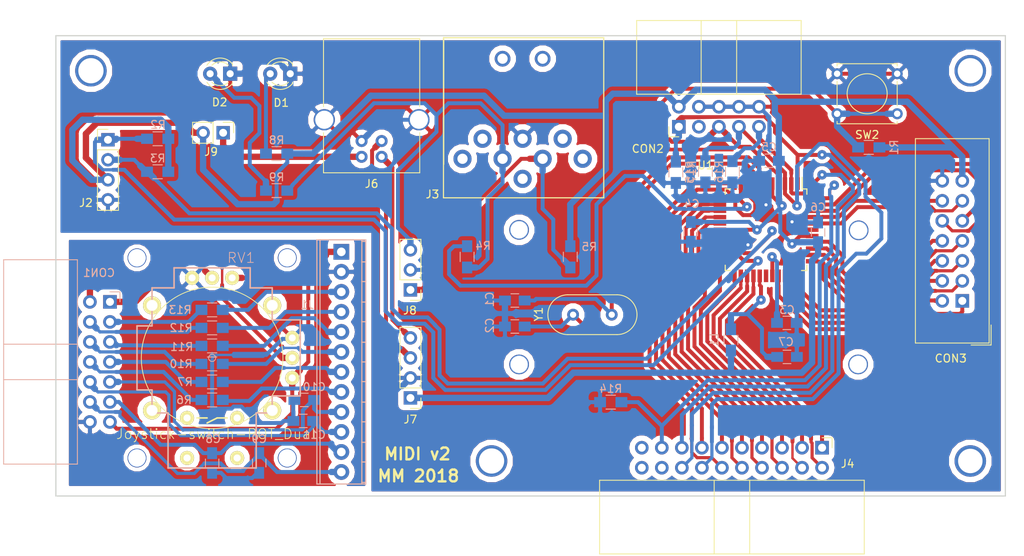
<source format=kicad_pcb>
(kicad_pcb (version 20171130) (host pcbnew 5.0.0-fee4fd1~66~ubuntu18.04.1)
  (layers (0 F.Cu signal) (31 B.Cu signal) (34 B.Paste user) (35 F.Paste user) (36 B.SilkS user) (37 F.SilkS user) (38 B.Mask user) (39 F.Mask user) (44 Edge.Cuts user))
  (net 0 "")
  (net 1 "Net-(C1-Pad1)")
  (net 2 GND)
  (net 3 "Net-(C2-Pad1)")
  (net 4 "Net-(C3-Pad1)")
  (net 5 +5V)
  (net 6 "Net-(C7-Pad1)")
  (net 7 knob-pot-4)
  (net 8 slide-pot-1)
  (net 9 knob-pot-3)
  (net 10 slide-pot-2)
  (net 11 knob-pot-2)
  (net 12 joystick-pot-1)
  (net 13 knob-pot-1)
  (net 14 joystick-pot-2)
  (net 15 MOSI)
  (net 16 "Net-(CON2-Pad3)")
  (net 17 RST)
  (net 18 SCK)
  (net 19 MISO)
  (net 20 SDA)
  (net 21 SCL)
  (net 22 "Net-(J3-Pad8)")
  (net 23 "Net-(J3-Pad3)")
  (net 24 "Net-(J3-Pad7)")
  (net 25 "Net-(J3-Pad1)")
  (net 26 "Net-(J3-Pad6)")
  (net 27 note-13)
  (net 28 note-12)
  (net 29 note-11)
  (net 30 note-10)
  (net 31 note-9)
  (net 32 note-8)
  (net 33 note-7)
  (net 34 note-6)
  (net 35 note-5)
  (net 36 note-4)
  (net 37 note-3)
  (net 38 note-2)
  (net 39 note-1)
  (net 40 octave-1)
  (net 41 midi-data-pin)
  (net 42 "Net-(RV1-PadB1A)")
  (net 43 "Net-(RV1-PadB1B)")
  (net 44 "Net-(RV1-PadB2A)")
  (net 45 "Net-(RV1-PadB2B)")
  (net 46 button-1)
  (net 47 "Net-(D1-Pad2)")
  (net 48 "Net-(D2-Pad2)")
  (net 49 "Net-(J6-Pad2)")
  (net 50 VCC)
  (net 51 "Net-(J6-Pad3)")
  (net 52 midi-raw-signal-power)
  (net 53 midi-raw-signal-data)
  (net 54 button-2)
  (net 55 button-3)
  (net 56 button-4)
  (net 57 "Net-(J1-Pad4)")
  (net 58 "Net-(J1-Pad3)")
  (net 59 "Net-(J1-Pad5)")
  (net 60 "Net-(J1-Pad6)")
  (net 61 "Net-(J1-Pad7)")
  (net 62 "Net-(J1-Pad8)")
  (module Mounting_Holes:MountingHole_2.5mm (layer F.Cu) (at 179.0065 78.2955 90)
    (fp_text reference REF** hide)
    (fp_text value MountingHole_2.5mm)
    (pad 1 thru_hole circle (at 0 0 90) (size 2.5 2.5) (drill 2.2) (layers *.Cu *.Mask))
  )
  (module Mounting_Holes:MountingHole_2.5mm (layer F.Cu) (at 178.943 95.3135 90)
    (fp_text reference REF** hide)
    (fp_text value MountingHole_2.5mm)
    (pad 1 thru_hole circle (at 0 0 90) (size 2.5 2.5) (drill 2.2) (layers *.Cu *.Mask))
  )
  (module SparkFun-Electromechanical:JOYSTICK (layer F.Cu) (at 97.028 94.488 180)
    (fp_text reference RV1 (at -3.683 12.7 180) (layer B.SilkS) (effects (font (size 1.27 1.27) (thickness 0.1016))))
    (fp_text value Joystick-switch-POT_Dual (at -0.508 -9.652 180) (layer F.SilkS) (effects (font (size 1.27 1.27) (thickness 0.1016))))
    (pad B1A thru_hole circle (at -3.175 -12.7 180) (size 1.778 1.778) (drill 0.89916) (layers *.Cu F.Paste F.SilkS F.Mask) (net 42 "Net-(RV1-PadB1A)"))
    (pad B1B thru_hole circle (at 3.175 -12.7 180) (size 1.778 1.778) (drill 0.89916) (layers *.Cu F.Paste F.SilkS F.Mask) (net 43 "Net-(RV1-PadB1B)"))
    (pad B2A thru_hole circle (at -3.175 -7.62 180) (size 1.778 1.778) (drill 0.89916) (layers *.Cu F.Paste F.SilkS F.Mask) (net 44 "Net-(RV1-PadB2A)"))
    (pad B2B thru_hole circle (at 3.175 -7.62 180) (size 1.778 1.778) (drill 0.89916) (layers *.Cu F.Paste F.SilkS F.Mask) (net 45 "Net-(RV1-PadB2B)"))
    (pad H1 thru_hole circle (at -2.54 10.16 180) (size 1.778 1.778) (drill 0.889) (layers *.Cu F.Paste F.SilkS F.Mask) (net 5 +5V))
    (pad H2 thru_hole circle (at 0 10.16 180) (size 1.778 1.778) (drill 0.889) (layers *.Cu F.Paste F.SilkS F.Mask) (net 14 joystick-pot-2))
    (pad H3 thru_hole circle (at 2.54 10.16 180) (size 1.778 1.778) (drill 0.889) (layers *.Cu F.Paste F.SilkS F.Mask) (net 2 GND))
    (pad MOUN thru_hole circle (at -7.62 -6.6675 180) (size 2.286 2.286) (drill 1.397) (layers *.Cu F.Paste F.SilkS F.Mask))
    (pad MOUN thru_hole circle (at -7.62 6.6675 180) (size 2.286 2.286) (drill 1.397) (layers *.Cu F.Paste F.SilkS F.Mask))
    (pad MOUN thru_hole circle (at 7.62 6.6675 180) (size 2.286 2.286) (drill 1.397) (layers *.Cu F.Paste F.SilkS F.Mask))
    (pad MOUN thru_hole circle (at 7.62 -6.6675 180) (size 2.286 2.286) (drill 1.397) (layers *.Cu F.Paste F.SilkS F.Mask))
    (pad V1 thru_hole circle (at -10.16 -2.54 180) (size 1.778 1.778) (drill 0.889) (layers *.Cu F.Paste F.SilkS F.Mask) (net 5 +5V))
    (pad V2 thru_hole circle (at -10.16 0 180) (size 1.778 1.778) (drill 0.889) (layers *.Cu F.Paste F.SilkS F.Mask) (net 12 joystick-pot-1))
    (pad V3 thru_hole circle (at -10.16 2.54 180) (size 1.778 1.778) (drill 0.889) (layers *.Cu F.Paste F.SilkS F.Mask) (net 2 GND))
  )
  (module Mounting_Holes:MountingHole_4mm (layer F.Cu) (at 193.167 107.569)
    (fp_text reference REF** hide)
    (fp_text value MountingHole_4mm)
    (pad 1 thru_hole circle (at 0 0) (size 4 4) (drill 3.1) (layers *.Cu *.Mask))
  )
  (module Mounting_Holes:MountingHole_2.2mm_M2 (layer F.Cu) (at 87.503 81.788 180)
    (fp_text reference REF** hide)
    (fp_text value MountingHole_2.2mm_M2)
    (pad 1 thru_hole circle (at 0 0 180) (size 2.4 2.4) (drill 2.2) (layers *.Cu *.Mask))
  )
  (module Mounting_Holes:MountingHole_2.2mm_M2 (layer F.Cu) (at 106.553 81.788 180)
    (fp_text reference REF** hide)
    (fp_text value MountingHole_2.2mm_M2)
    (pad 1 thru_hole circle (at 0 0 180) (size 2.4 2.4) (drill 2.2) (layers *.Cu *.Mask))
  )
  (module Mounting_Holes:MountingHole_2.2mm_M2 (layer F.Cu) (at 87.503 107.188 180)
    (fp_text reference REF** hide)
    (fp_text value MountingHole_2.2mm_M2)
    (pad 1 thru_hole circle (at 0 0 180) (size 2.4 2.4) (drill 2.2) (layers *.Cu *.Mask))
  )
  (module Buttons_Switches_THT:SW_Tactile_Straight_KSA0Axx1LFTR (layer F.Cu) (at 176.276 58.42)
    (fp_text reference SW2 (at 3.81 7.747) (layer F.SilkS))
    (fp_text value SW_Push)
    (pad 1 thru_hole circle (at 7.62 0) (size 1.397 1.397) (drill 0.8128) (layers *.Cu *.Mask) (net 2 GND))
    (pad 2 thru_hole circle (at 7.62 5.08) (size 1.397 1.397) (drill 0.8128) (layers *.Cu *.Mask) (net 17 RST))
    (pad 1 thru_hole circle (at 0 0) (size 1.397 1.397) (drill 0.8128) (layers *.Cu *.Mask) (net 2 GND))
    (pad 2 thru_hole circle (at 0 5.08) (size 1.397 1.397) (drill 0.8128) (layers *.Cu *.Mask) (net 17 RST))
  )
  (module Mounting_Holes:MountingHole_4mm (layer F.Cu) (at 132.461 107.569)
    (fp_text reference REF** hide)
    (fp_text value MountingHole_4mm)
    (pad 1 thru_hole circle (at 0 0) (size 4 4) (drill 3.2) (layers *.Cu *.Mask))
  )
  (module Mounting_Holes:MountingHole_4mm (layer F.Cu) (at 81.661 58.039)
    (fp_text reference REF** hide)
    (fp_text value MountingHole_4mm)
    (pad 1 thru_hole circle (at 0 0) (size 4 4) (drill 3.2) (layers *.Cu *.Mask))
  )
  (module Mounting_Holes:MountingHole_4mm (layer F.Cu) (at 193.167 58.039)
    (fp_text reference REF** hide)
    (fp_text value MountingHole_4mm)
    (pad 1 thru_hole circle (at 0 0) (size 4 4) (drill 3.2) (layers *.Cu *.Mask))
  )
  (module Capacitors_SMD:C_0805_HandSoldering (layer B.Cu) (at 173.863 78.5495 90)
    (fp_text reference C6 (at 3.175 0 180) (layer B.SilkS) (effects (justify mirror)))
    (fp_text value 100n)
    (pad 1 smd rect (at -1.25 0 90) (size 1.5 1.25) (layers B.Cu B.Paste B.Mask) (net 5 +5V))
    (pad 2 smd rect (at 1.25 0 90) (size 1.5 1.25) (layers B.Cu B.Paste B.Mask) (net 2 GND))
  )
  (module Capacitors_SMD:C_0805_HandSoldering (layer B.Cu) (at 108.712 99.822)
    (fp_text reference C10 (at 1.27 -1.651) (layer B.SilkS) (effects (justify mirror)))
    (fp_text value 100n)
    (pad 1 smd rect (at -1.25 0) (size 1.5 1.25) (layers B.Cu B.Paste B.Mask) (net 2 GND))
    (pad 2 smd rect (at 1.25 0) (size 1.5 1.25) (layers B.Cu B.Paste B.Mask) (net 55 button-3))
  )
  (module Capacitors_SMD:C_0805_HandSoldering (layer B.Cu) (at 102.997 107.823 90)
    (fp_text reference C9 (at 3.048 0 180) (layer B.SilkS) (effects (justify mirror)))
    (fp_text value 100n)
    (pad 1 smd rect (at -1.25 0 90) (size 1.5 1.25) (layers B.Cu B.Paste B.Mask) (net 2 GND))
    (pad 2 smd rect (at 1.25 0 90) (size 1.5 1.25) (layers B.Cu B.Paste B.Mask) (net 54 button-2))
  )
  (module Capacitors_SMD:C_0805_HandSoldering (layer B.Cu) (at 108.585 102.489)
    (fp_text reference C11 (at 1.397 1.75) (layer B.SilkS) (effects (justify mirror)))
    (fp_text value 100n)
    (pad 1 smd rect (at -1.25 0) (size 1.5 1.25) (layers B.Cu B.Paste B.Mask) (net 2 GND))
    (pad 2 smd rect (at 1.25 0) (size 1.5 1.25) (layers B.Cu B.Paste B.Mask) (net 56 button-4))
  )
  (module Capacitors_SMD:C_0805_HandSoldering (layer B.Cu) (at 97.028 107.823 90)
    (fp_text reference C8 (at 3.048 0.127 180) (layer B.SilkS) (effects (justify mirror)))
    (fp_text value 100n)
    (pad 1 smd rect (at -1.25 0 90) (size 1.5 1.25) (layers B.Cu B.Paste B.Mask) (net 2 GND))
    (pad 2 smd rect (at 1.25 0 90) (size 1.5 1.25) (layers B.Cu B.Paste B.Mask) (net 46 button-1))
  )
  (module Connectors_IDC:IDC-Header_2x07_Pitch2.54mm_Angled (layer B.Cu) (at 84.074 87.376 180)
    (fp_text reference CON1 (at 1.397 3.683 180) (layer B.SilkS) (effects (justify mirror)))
    (fp_text value IDC-14)
    (pad 1 thru_hole rect (at 0 0 180) (size 1.7272 1.7272) (drill 1.016) (layers *.Cu *.Mask) (net 14 joystick-pot-2))
    (pad 2 thru_hole oval (at 2.54 0 180) (size 1.7272 1.7272) (drill 1.016) (layers *.Cu *.Mask) (net 12 joystick-pot-1))
    (pad 3 thru_hole oval (at 0 -2.54 180) (size 1.7272 1.7272) (drill 1.016) (layers *.Cu *.Mask) (net 7 knob-pot-4))
    (pad 4 thru_hole oval (at 2.54 -2.54 180) (size 1.7272 1.7272) (drill 1.016) (layers *.Cu *.Mask) (net 9 knob-pot-3))
    (pad 5 thru_hole oval (at 0 -5.08 180) (size 1.7272 1.7272) (drill 1.016) (layers *.Cu *.Mask) (net 11 knob-pot-2))
    (pad 6 thru_hole oval (at 2.54 -5.08 180) (size 1.7272 1.7272) (drill 1.016) (layers *.Cu *.Mask) (net 13 knob-pot-1))
    (pad 7 thru_hole oval (at 0 -7.62 180) (size 1.7272 1.7272) (drill 1.016) (layers *.Cu *.Mask) (net 10 slide-pot-2))
    (pad 8 thru_hole oval (at 2.54 -7.62 180) (size 1.7272 1.7272) (drill 1.016) (layers *.Cu *.Mask) (net 8 slide-pot-1))
    (pad 9 thru_hole oval (at 0 -10.16 180) (size 1.7272 1.7272) (drill 1.016) (layers *.Cu *.Mask) (net 55 button-3))
    (pad 10 thru_hole oval (at 2.54 -10.16 180) (size 1.7272 1.7272) (drill 1.016) (layers *.Cu *.Mask) (net 56 button-4))
    (pad 11 thru_hole oval (at 0 -12.7 180) (size 1.7272 1.7272) (drill 1.016) (layers *.Cu *.Mask) (net 46 button-1))
    (pad 12 thru_hole oval (at 2.54 -12.7 180) (size 1.7272 1.7272) (drill 1.016) (layers *.Cu *.Mask) (net 54 button-2))
    (pad 13 thru_hole oval (at 0 -15.24 180) (size 1.7272 1.7272) (drill 1.016) (layers *.Cu *.Mask) (net 5 +5V))
    (pad 14 thru_hole oval (at 2.54 -15.24 180) (size 1.7272 1.7272) (drill 1.016) (layers *.Cu *.Mask) (net 2 GND))
  )
  (module TerminalBlocks_Phoenix:TerminalBlock_Phoenix_MPT-2.54mm_12pol (layer B.Cu) (at 113.411 81.026 270)
    (fp_text reference J1 (at 6.731 4.318) (layer B.SilkS) (effects (justify mirror)))
    (fp_text value Screw_Terminal_01x12)
    (pad 4 thru_hole oval (at 7.62 0 90) (size 1.99898 1.99898) (drill 1.09728) (layers *.Cu *.Mask) (net 57 "Net-(J1-Pad4)"))
    (pad 1 thru_hole rect (at 0 0 90) (size 1.99898 1.99898) (drill 1.09728) (layers *.Cu *.Mask) (net 5 +5V))
    (pad 2 thru_hole oval (at 2.54 0 90) (size 1.99898 1.99898) (drill 1.09728) (layers *.Cu *.Mask) (net 2 GND))
    (pad 3 thru_hole oval (at 5.08 0 90) (size 1.99898 1.99898) (drill 1.09728) (layers *.Cu *.Mask) (net 58 "Net-(J1-Pad3)"))
    (pad 5 thru_hole oval (at 10.16 0 90) (size 1.99898 1.99898) (drill 1.09728) (layers *.Cu *.Mask) (net 59 "Net-(J1-Pad5)"))
    (pad 6 thru_hole oval (at 12.7 0 90) (size 1.99898 1.99898) (drill 1.09728) (layers *.Cu *.Mask) (net 60 "Net-(J1-Pad6)"))
    (pad 7 thru_hole oval (at 15.24 0 90) (size 1.99898 1.99898) (drill 1.09728) (layers *.Cu *.Mask) (net 61 "Net-(J1-Pad7)"))
    (pad 8 thru_hole oval (at 17.78 0 90) (size 1.99898 1.99898) (drill 1.09728) (layers *.Cu *.Mask) (net 62 "Net-(J1-Pad8)"))
    (pad 9 thru_hole oval (at 20.32 0 90) (size 1.99898 1.99898) (drill 1.09728) (layers *.Cu *.Mask) (net 55 button-3))
    (pad 10 thru_hole oval (at 22.86 0 90) (size 1.99898 1.99898) (drill 1.09728) (layers *.Cu *.Mask) (net 56 button-4))
    (pad 11 thru_hole oval (at 25.4 0 90) (size 1.99898 1.99898) (drill 1.09728) (layers *.Cu *.Mask) (net 46 button-1))
    (pad 12 thru_hole oval (at 27.94 0 90) (size 1.99898 1.99898) (drill 1.09728) (layers *.Cu *.Mask) (net 54 button-2))
  )
  (module Capacitors_SMD:C_0805_HandSoldering (layer B.Cu) (at 157.734 78.486 270)
    (fp_text reference C4 (at -3.556 -0.127) (layer B.SilkS) (effects (justify mirror)))
    (fp_text value 100n)
    (pad 1 smd rect (at -1.25 0 270) (size 1.5 1.25) (layers B.Cu B.Paste B.Mask) (net 5 +5V))
    (pad 2 smd rect (at 1.25 0 270) (size 1.5 1.25) (layers B.Cu B.Paste B.Mask) (net 2 GND))
  )
  (module Pin_Headers:Pin_Header_Straight_1x04_Pitch2.54mm (layer F.Cu) (at 122.174 99.568 180)
    (fp_text reference J7 (at 0 -2.7305 180) (layer F.SilkS))
    (fp_text value to_midi_adapter_USB)
    (pad 1 thru_hole rect (at 0 0 180) (size 1.7 1.7) (drill 1) (layers *.Cu *.Mask) (net 5 +5V))
    (pad 2 thru_hole oval (at 0 2.54 180) (size 1.7 1.7) (drill 1) (layers *.Cu *.Mask) (net 2 GND))
    (pad 3 thru_hole oval (at 0 5.08 180) (size 1.7 1.7) (drill 1) (layers *.Cu *.Mask) (net 51 "Net-(J6-Pad3)"))
    (pad 4 thru_hole oval (at 0 7.62 180) (size 1.7 1.7) (drill 1) (layers *.Cu *.Mask) (net 49 "Net-(J6-Pad2)"))
  )
  (module Capacitors_SMD:C_0805_HandSoldering (layer B.Cu) (at 135.41092 87.201033 180)
    (fp_text reference C1 (at 3.175 0.127 270) (layer B.SilkS) (effects (justify mirror)))
    (fp_text value 22p)
    (pad 1 smd rect (at -1.25 0 180) (size 1.5 1.25) (layers B.Cu B.Paste B.Mask) (net 1 "Net-(C1-Pad1)"))
    (pad 2 smd rect (at 1.25 0 180) (size 1.5 1.25) (layers B.Cu B.Paste B.Mask) (net 2 GND))
  )
  (module Capacitors_SMD:C_0805_HandSoldering (layer B.Cu) (at 135.41092 90.503033 180)
    (fp_text reference C2 (at 3.175 0.127 270) (layer B.SilkS) (effects (justify mirror)))
    (fp_text value 22p)
    (pad 1 smd rect (at -1.25 0 180) (size 1.5 1.25) (layers B.Cu B.Paste B.Mask) (net 3 "Net-(C2-Pad1)"))
    (pad 2 smd rect (at 1.25 0 180) (size 1.5 1.25) (layers B.Cu B.Paste B.Mask) (net 2 GND))
  )
  (module Crystals:Crystal_HC18-U_Vertical (layer F.Cu) (at 147.701 89.0016 180)
    (fp_text reference Y1 (at 9.271 0.0635 -90) (layer F.SilkS))
    (fp_text value Crystal)
    (pad 1 thru_hole circle (at 0 0 180) (size 1.5 1.5) (drill 0.8) (layers *.Cu *.Mask) (net 1 "Net-(C1-Pad1)"))
    (pad 2 thru_hole circle (at 4.9 0 180) (size 1.5 1.5) (drill 0.8) (layers *.Cu *.Mask) (net 3 "Net-(C2-Pad1)"))
  )
  (module Resistors_SMD:R_0805_HandSoldering (layer B.Cu) (at 142.4432 81.661 270)
    (fp_text reference R5 (at -1.27 -2.413) (layer B.SilkS) (effects (justify mirror)))
    (fp_text value 220)
    (pad 1 smd rect (at -1.35 0 270) (size 1.5 1.3) (layers B.Cu B.Paste B.Mask) (net 5 +5V))
    (pad 2 smd rect (at 1.35 0 270) (size 1.5 1.3) (layers B.Cu B.Paste B.Mask) (net 52 midi-raw-signal-power))
  )
  (module Resistors_SMD:R_0805_HandSoldering (layer B.Cu) (at 129.3622 81.661 90)
    (fp_text reference R4 (at 1.397 2.032 180) (layer B.SilkS) (effects (justify mirror)))
    (fp_text value 220)
    (pad 1 smd rect (at -1.35 0 90) (size 1.5 1.3) (layers B.Cu B.Paste B.Mask) (net 53 midi-raw-signal-data))
    (pad 2 smd rect (at 1.35 0 90) (size 1.5 1.3) (layers B.Cu B.Paste B.Mask) (net 41 midi-data-pin))
  )
  (module Resistors_SMD:R_0805_HandSoldering (layer B.Cu) (at 105.2068 68.5546 180)
    (fp_text reference R8 (at 0 1.7 180) (layer B.SilkS) (effects (justify mirror)))
    (fp_text value 1k)
    (pad 1 smd rect (at -1.35 0 180) (size 1.5 1.3) (layers B.Cu B.Paste B.Mask) (net 5 +5V))
    (pad 2 smd rect (at 1.35 0 180) (size 1.5 1.3) (layers B.Cu B.Paste B.Mask) (net 47 "Net-(D1-Pad2)"))
  )
  (module Resistors_SMD:R_0805_HandSoldering (layer B.Cu) (at 105.2068 73.2536 180)
    (fp_text reference R9 (at 0 1.7 180) (layer B.SilkS) (effects (justify mirror)))
    (fp_text value 1k)
    (pad 1 smd rect (at -1.35 0 180) (size 1.5 1.3) (layers B.Cu B.Paste B.Mask) (net 53 midi-raw-signal-data))
    (pad 2 smd rect (at 1.35 0 180) (size 1.5 1.3) (layers B.Cu B.Paste B.Mask) (net 48 "Net-(D2-Pad2)"))
  )
  (module Pin_Headers:Pin_Header_Straight_1x03_Pitch2.54mm (layer F.Cu) (at 122.174 85.852 180)
    (fp_text reference J8 (at 0.0635 -2.6035 180) (layer F.SilkS))
    (fp_text value to_midi_adapter_MIDI)
    (pad 1 thru_hole rect (at 0 0 180) (size 1.7 1.7) (drill 1) (layers *.Cu *.Mask) (net 52 midi-raw-signal-power))
    (pad 2 thru_hole oval (at 0 2.54 180) (size 1.7 1.7) (drill 1) (layers *.Cu *.Mask) (net 2 GND))
    (pad 3 thru_hole oval (at 0 5.08 180) (size 1.7 1.7) (drill 1) (layers *.Cu *.Mask) (net 53 midi-raw-signal-data))
  )
  (module Pin_Headers:Pin_Header_Straight_1x02_Pitch2.54mm (layer F.Cu) (at 98.425 65.913 270)
    (fp_text reference J9 (at 2.413 1.524) (layer F.SilkS))
    (fp_text value to_power_switch)
    (pad 1 thru_hole rect (at 0 0 270) (size 1.7 1.7) (drill 1) (layers *.Cu *.Mask) (net 50 VCC))
    (pad 2 thru_hole oval (at 0 2.54 270) (size 1.7 1.7) (drill 1) (layers *.Cu *.Mask) (net 5 +5V))
  )
  (module LEDs:LED_D3.0mm (layer F.Cu) (at 106.934 58.42 180)
    (fp_text reference D1 (at 1.143 -3.683 180) (layer F.SilkS))
    (fp_text value power_LED)
    (pad 1 thru_hole rect (at 0 0 180) (size 1.8 1.8) (drill 0.9) (layers *.Cu *.Mask) (net 2 GND))
    (pad 2 thru_hole circle (at 2.54 0 180) (size 1.8 1.8) (drill 0.9) (layers *.Cu *.Mask) (net 47 "Net-(D1-Pad2)"))
  )
  (module LEDs:LED_D3.0mm (layer F.Cu) (at 99.314 58.42 180)
    (fp_text reference D2 (at 1.3335 -3.6195 180) (layer F.SilkS))
    (fp_text value data_LED)
    (pad 1 thru_hole rect (at 0 0 180) (size 1.8 1.8) (drill 0.9) (layers *.Cu *.Mask) (net 2 GND))
    (pad 2 thru_hole circle (at 2.54 0 180) (size 1.8 1.8) (drill 0.9) (layers *.Cu *.Mask) (net 48 "Net-(D2-Pad2)"))
  )
  (module Connectors:USB_B (layer F.Cu) (at 115.982 68.962 90)
    (fp_text reference J6 (at -3.428 1.27 180) (layer F.SilkS))
    (fp_text value USB_B)
    (pad 2 thru_hole circle (at 0 2.54) (size 1.52 1.52) (drill 0.81) (layers *.Cu *.Mask) (net 49 "Net-(J6-Pad2)"))
    (pad 1 thru_hole circle (at 0 0) (size 1.52 1.52) (drill 0.81) (layers *.Cu *.Mask) (net 50 VCC))
    (pad 4 thru_hole circle (at 2 0) (size 1.52 1.52) (drill 0.81) (layers *.Cu *.Mask) (net 2 GND))
    (pad 3 thru_hole circle (at 2 2.54) (size 1.52 1.52) (drill 0.81) (layers *.Cu *.Mask) (net 51 "Net-(J6-Pad3)"))
    (pad 5 thru_hole circle (at 4.7 7.27) (size 2.7 2.7) (drill 2.3) (layers *.Cu *.Mask) (net 2 GND))
    (pad 5 thru_hole circle (at 4.7 -4.73) (size 2.7 2.7) (drill 2.3) (layers *.Cu *.Mask) (net 2 GND))
  )
  (module misc-1-midi-din-8:MIDI-DIN-8 (layer F.Cu) (at 126.365 74.168)
    (fp_text reference J3 (at -1.397 -0.4445) (layer F.SilkS))
    (fp_text value DIN-8)
    (pad 8 thru_hole circle (at 10.033 -2.413) (size 2.3 2.3) (drill 1.3) (layers *.Cu *.Mask) (net 22 "Net-(J3-Pad8)"))
    (pad 3 thru_hole circle (at 15.113 -7.493) (size 2.3 2.3) (drill 1.3) (layers *.Cu *.Mask) (net 23 "Net-(J3-Pad3)"))
    (pad 2 thru_hole circle (at 10.033 -7.493) (size 2.3 2.3) (drill 1.3) (layers *.Cu *.Mask) (net 2 GND))
    (pad 5 thru_hole circle (at 12.573 -4.953) (size 2.3 2.3) (drill 1.3) (layers *.Cu *.Mask) (net 52 midi-raw-signal-power))
    (pad "" thru_hole circle (at 7.493 -17.653) (size 2 2) (drill 1.3) (layers *.Cu *.Mask))
    (pad 7 thru_hole circle (at 17.653 -4.953) (size 2.3 2.3) (drill 1.3) (layers *.Cu *.Mask) (net 24 "Net-(J3-Pad7)"))
    (pad 1 thru_hole circle (at 4.953 -7.493) (size 2.3 2.3) (drill 1.3) (layers *.Cu *.Mask) (net 25 "Net-(J3-Pad1)"))
    (pad 4 thru_hole circle (at 7.493 -4.953) (size 2.3 2.3) (drill 1.3) (layers *.Cu *.Mask) (net 53 midi-raw-signal-data))
    (pad 6 thru_hole circle (at 2.413 -4.953) (size 2.3 2.3) (drill 1.3) (layers *.Cu *.Mask) (net 26 "Net-(J3-Pad6)"))
    (pad "" thru_hole circle (at 12.573 -17.653) (size 2 2) (drill 1.3) (layers *.Cu *.Mask))
  )
  (module Connectors_IDC:IDC-Header_2x05_Pitch2.54mm_Angled (layer F.Cu) (at 156.21 65.151 90)
    (fp_text reference CON2 (at -2.794 -3.937 180) (layer F.SilkS))
    (fp_text value AVR-ISP-10)
    (pad 1 thru_hole rect (at 0 0 90) (size 1.7272 1.7272) (drill 1.016) (layers *.Cu *.Mask) (net 15 MOSI))
    (pad 2 thru_hole oval (at 2.54 0 90) (size 1.7272 1.7272) (drill 1.016) (layers *.Cu *.Mask) (net 5 +5V))
    (pad 3 thru_hole oval (at 0 2.54 90) (size 1.7272 1.7272) (drill 1.016) (layers *.Cu *.Mask) (net 16 "Net-(CON2-Pad3)"))
    (pad 4 thru_hole oval (at 2.54 2.54 90) (size 1.7272 1.7272) (drill 1.016) (layers *.Cu *.Mask) (net 2 GND))
    (pad 5 thru_hole oval (at 0 5.08 90) (size 1.7272 1.7272) (drill 1.016) (layers *.Cu *.Mask) (net 17 RST))
    (pad 6 thru_hole oval (at 2.54 5.08 90) (size 1.7272 1.7272) (drill 1.016) (layers *.Cu *.Mask) (net 2 GND))
    (pad 7 thru_hole oval (at 0 7.62 90) (size 1.7272 1.7272) (drill 1.016) (layers *.Cu *.Mask) (net 18 SCK))
    (pad 8 thru_hole oval (at 2.54 7.62 90) (size 1.7272 1.7272) (drill 1.016) (layers *.Cu *.Mask) (net 2 GND))
    (pad 9 thru_hole oval (at 0 10.16 90) (size 1.7272 1.7272) (drill 1.016) (layers *.Cu *.Mask) (net 19 MISO))
    (pad 10 thru_hole oval (at 2.54 10.16 90) (size 1.7272 1.7272) (drill 1.016) (layers *.Cu *.Mask) (net 2 GND))
  )
  (module Resistors_SMD:R_0805_HandSoldering (layer B.Cu) (at 180.2892 67.7672 180)
    (fp_text reference R1 (at -3.222 0 -90) (layer B.SilkS) (effects (justify mirror)))
    (fp_text value 10k)
    (pad 1 smd rect (at -1.35 0 180) (size 1.5 1.3) (layers B.Cu B.Paste B.Mask) (net 5 +5V))
    (pad 2 smd rect (at 1.35 0 180) (size 1.5 1.3) (layers B.Cu B.Paste B.Mask) (net 17 RST))
  )
  (module Capacitors_SMD:C_0805_HandSoldering (layer B.Cu) (at 167.64 69.469 180)
    (fp_text reference C5 (at 0 1.75 180) (layer B.SilkS) (effects (justify mirror)))
    (fp_text value 100n)
    (pad 1 smd rect (at -1.25 0 180) (size 1.5 1.25) (layers B.Cu B.Paste B.Mask) (net 5 +5V))
    (pad 2 smd rect (at 1.25 0 180) (size 1.5 1.25) (layers B.Cu B.Paste B.Mask) (net 2 GND))
  )
  (module Resistors_SMD:R_0805_HandSoldering (layer B.Cu) (at 90.123 66.675 180)
    (fp_text reference R2 (at -0.047 1.778 180) (layer B.SilkS) (effects (justify mirror)))
    (fp_text value 4.7k)
    (pad 1 smd rect (at -1.35 0 180) (size 1.5 1.3) (layers B.Cu B.Paste B.Mask) (net 5 +5V))
    (pad 2 smd rect (at 1.35 0 180) (size 1.5 1.3) (layers B.Cu B.Paste B.Mask) (net 20 SDA))
  )
  (module Resistors_SMD:R_0805_HandSoldering (layer B.Cu) (at 90.123 70.866 180)
    (fp_text reference R3 (at 0 1.7 180) (layer B.SilkS) (effects (justify mirror)))
    (fp_text value 4.7k)
    (pad 2 smd rect (at 1.35 0 180) (size 1.5 1.3) (layers B.Cu B.Paste B.Mask) (net 21 SCL))
    (pad 1 smd rect (at -1.35 0 180) (size 1.5 1.3) (layers B.Cu B.Paste B.Mask) (net 5 +5V))
  )
  (module Pin_Headers:Pin_Header_Straight_1x04_Pitch2.54mm (layer F.Cu) (at 83.82 66.802)
    (fp_text reference J2 (at -2.794 8.001) (layer F.SilkS))
    (fp_text value Conn_01x04)
    (pad 1 thru_hole rect (at 0 0) (size 1.7 1.7) (drill 1) (layers *.Cu *.Mask) (net 20 SDA))
    (pad 2 thru_hole oval (at 0 2.54) (size 1.7 1.7) (drill 1) (layers *.Cu *.Mask) (net 21 SCL))
    (pad 3 thru_hole oval (at 0 5.08) (size 1.7 1.7) (drill 1) (layers *.Cu *.Mask) (net 5 +5V) (clearance 0.7))
    (pad 4 thru_hole oval (at 0 7.62) (size 1.7 1.7) (drill 1) (layers *.Cu *.Mask) (net 2 GND))
  )
  (module Capacitors_SMD:C_0805_HandSoldering (layer B.Cu) (at 169.906 90.043)
    (fp_text reference C3 (at 0.02 -1.651) (layer B.SilkS) (effects (justify mirror)))
    (fp_text value 100n)
    (pad 1 smd rect (at -1.25 0) (size 1.5 1.25) (layers B.Cu B.Paste B.Mask) (net 4 "Net-(C3-Pad1)"))
    (pad 2 smd rect (at 1.25 0) (size 1.5 1.25) (layers B.Cu B.Paste B.Mask) (net 2 GND))
  )
  (module Capacitors_SMD:C_0805_HandSoldering (layer B.Cu) (at 169.926 94.361)
    (fp_text reference C7 (at -0.127 -1.905) (layer B.SilkS) (effects (justify mirror)))
    (fp_text value 100n)
    (pad 1 smd rect (at -1.25 0) (size 1.5 1.25) (layers B.Cu B.Paste B.Mask) (net 6 "Net-(C7-Pad1)"))
    (pad 2 smd rect (at 1.25 0) (size 1.5 1.25) (layers B.Cu B.Paste B.Mask) (net 2 GND))
  )
  (module Connectors_IDC:IDC-Header_2x07_Pitch2.54mm_Straight (layer F.Cu) (at 192.151 87.249 180)
    (fp_text reference CON3 (at 1.4605 -7.3025 180) (layer F.SilkS))
    (fp_text value IDC-14)
    (pad 1 thru_hole rect (at 0 0 180) (size 1.7272 1.7272) (drill 1.016) (layers *.Cu *.Mask) (net 14 joystick-pot-2))
    (pad 2 thru_hole oval (at 2.54 0 180) (size 1.7272 1.7272) (drill 1.016) (layers *.Cu *.Mask) (net 12 joystick-pot-1))
    (pad 3 thru_hole oval (at 0 2.54 180) (size 1.7272 1.7272) (drill 1.016) (layers *.Cu *.Mask) (net 7 knob-pot-4))
    (pad 4 thru_hole oval (at 2.54 2.54 180) (size 1.7272 1.7272) (drill 1.016) (layers *.Cu *.Mask) (net 9 knob-pot-3))
    (pad 5 thru_hole oval (at 0 5.08 180) (size 1.7272 1.7272) (drill 1.016) (layers *.Cu *.Mask) (net 11 knob-pot-2))
    (pad 6 thru_hole oval (at 2.54 5.08 180) (size 1.7272 1.7272) (drill 1.016) (layers *.Cu *.Mask) (net 13 knob-pot-1))
    (pad 7 thru_hole oval (at 0 7.62 180) (size 1.7272 1.7272) (drill 1.016) (layers *.Cu *.Mask) (net 10 slide-pot-2))
    (pad 8 thru_hole oval (at 2.54 7.62 180) (size 1.7272 1.7272) (drill 1.016) (layers *.Cu *.Mask) (net 8 slide-pot-1))
    (pad 9 thru_hole oval (at 0 10.16 180) (size 1.7272 1.7272) (drill 1.016) (layers *.Cu *.Mask) (net 55 button-3))
    (pad 10 thru_hole oval (at 2.54 10.16 180) (size 1.7272 1.7272) (drill 1.016) (layers *.Cu *.Mask) (net 56 button-4))
    (pad 11 thru_hole oval (at 0 12.7 180) (size 1.7272 1.7272) (drill 1.016) (layers *.Cu *.Mask) (net 46 button-1))
    (pad 12 thru_hole oval (at 2.54 12.7 180) (size 1.7272 1.7272) (drill 1.016) (layers *.Cu *.Mask) (net 54 button-2))
    (pad 13 thru_hole oval (at 0 15.24 180) (size 1.7272 1.7272) (drill 1.016) (layers *.Cu *.Mask) (net 5 +5V))
    (pad 14 thru_hole oval (at 2.54 15.24 180) (size 1.7272 1.7272) (drill 1.016) (layers *.Cu *.Mask) (net 2 GND))
  )
  (module Housings_QFP:LQFP-44_10x10mm_Pitch0.8mm (layer F.Cu) (at 167.267 78.219 270)
    (fp_text reference U1 (at -8.1785 7.6915) (layer F.SilkS))
    (fp_text value ATMEGA32-16AU)
    (pad 1 smd rect (at -5.85 -4 270) (size 1.6 0.56) (layers F.Cu F.Paste F.Mask) (net 15 MOSI))
    (pad 2 smd rect (at -5.85 -3.2 270) (size 1.6 0.56) (layers F.Cu F.Paste F.Mask) (net 19 MISO))
    (pad 3 smd rect (at -5.85 -2.4 270) (size 1.6 0.56) (layers F.Cu F.Paste F.Mask) (net 18 SCK))
    (pad 4 smd rect (at -5.85 -1.6 270) (size 1.6 0.56) (layers F.Cu F.Paste F.Mask) (net 17 RST))
    (pad 5 smd rect (at -5.85 -0.8 270) (size 1.6 0.56) (layers F.Cu F.Paste F.Mask) (net 5 +5V))
    (pad 6 smd rect (at -5.85 0 270) (size 1.6 0.56) (layers F.Cu F.Paste F.Mask) (net 2 GND))
    (pad 7 smd rect (at -5.85 0.8 270) (size 1.6 0.56) (layers F.Cu F.Paste F.Mask) (net 1 "Net-(C1-Pad1)"))
    (pad 8 smd rect (at -5.85 1.6 270) (size 1.6 0.56) (layers F.Cu F.Paste F.Mask) (net 3 "Net-(C2-Pad1)"))
    (pad 9 smd rect (at -5.85 2.4 270) (size 1.6 0.56) (layers F.Cu F.Paste F.Mask) (net 39 note-1))
    (pad 10 smd rect (at -5.85 3.2 270) (size 1.6 0.56) (layers F.Cu F.Paste F.Mask) (net 41 midi-data-pin))
    (pad 11 smd rect (at -5.85 4 270) (size 1.6 0.56) (layers F.Cu F.Paste F.Mask) (net 38 note-2))
    (pad 12 smd rect (at -4 5.85) (size 1.6 0.56) (layers F.Cu F.Paste F.Mask) (net 37 note-3))
    (pad 13 smd rect (at -3.2 5.85) (size 1.6 0.56) (layers F.Cu F.Paste F.Mask) (net 36 note-4))
    (pad 14 smd rect (at -2.4 5.85) (size 1.6 0.56) (layers F.Cu F.Paste F.Mask) (net 35 note-5))
    (pad 15 smd rect (at -1.6 5.85) (size 1.6 0.56) (layers F.Cu F.Paste F.Mask) (net 34 note-6))
    (pad 16 smd rect (at -0.8 5.85) (size 1.6 0.56) (layers F.Cu F.Paste F.Mask) (net 33 note-7))
    (pad 17 smd rect (at 0 5.85) (size 1.6 0.56) (layers F.Cu F.Paste F.Mask) (net 5 +5V))
    (pad 18 smd rect (at 0.8 5.85) (size 1.6 0.56) (layers F.Cu F.Paste F.Mask) (net 2 GND))
    (pad 19 smd rect (at 1.6 5.85) (size 1.6 0.56) (layers F.Cu F.Paste F.Mask) (net 21 SCL))
    (pad 20 smd rect (at 2.4 5.85) (size 1.6 0.56) (layers F.Cu F.Paste F.Mask) (net 20 SDA))
    (pad 21 smd rect (at 3.2 5.85) (size 1.6 0.56) (layers F.Cu F.Paste F.Mask) (net 32 note-8))
    (pad 22 smd rect (at 4 5.85) (size 1.6 0.56) (layers F.Cu F.Paste F.Mask) (net 31 note-9))
    (pad 23 smd rect (at 5.85 4 270) (size 1.6 0.56) (layers F.Cu F.Paste F.Mask) (net 30 note-10))
    (pad 24 smd rect (at 5.85 3.2 270) (size 1.6 0.56) (layers F.Cu F.Paste F.Mask) (net 29 note-11))
    (pad 25 smd rect (at 5.85 2.4 270) (size 1.6 0.56) (layers F.Cu F.Paste F.Mask) (net 28 note-12))
    (pad 26 smd rect (at 5.85 1.6 270) (size 1.6 0.56) (layers F.Cu F.Paste F.Mask) (net 27 note-13))
    (pad 27 smd rect (at 5.85 0.8 270) (size 1.6 0.56) (layers F.Cu F.Paste F.Mask) (net 6 "Net-(C7-Pad1)"))
    (pad 28 smd rect (at 5.85 0 270) (size 1.6 0.56) (layers F.Cu F.Paste F.Mask) (net 2 GND))
    (pad 29 smd rect (at 5.85 -0.8 270) (size 1.6 0.56) (layers F.Cu F.Paste F.Mask) (net 4 "Net-(C3-Pad1)"))
    (pad 30 smd rect (at 5.85 -1.6 270) (size 1.6 0.56) (layers F.Cu F.Paste F.Mask) (net 14 joystick-pot-2))
    (pad 31 smd rect (at 5.85 -2.4 270) (size 1.6 0.56) (layers F.Cu F.Paste F.Mask) (net 12 joystick-pot-1))
    (pad 32 smd rect (at 5.85 -3.2 270) (size 1.6 0.56) (layers F.Cu F.Paste F.Mask) (net 7 knob-pot-4))
    (pad 33 smd rect (at 5.85 -4 270) (size 1.6 0.56) (layers F.Cu F.Paste F.Mask) (net 9 knob-pot-3))
    (pad 34 smd rect (at 4 -5.85) (size 1.6 0.56) (layers F.Cu F.Paste F.Mask) (net 11 knob-pot-2))
    (pad 35 smd rect (at 3.2 -5.85) (size 1.6 0.56) (layers F.Cu F.Paste F.Mask) (net 13 knob-pot-1))
    (pad 36 smd rect (at 2.4 -5.85) (size 1.6 0.56) (layers F.Cu F.Paste F.Mask) (net 10 slide-pot-2))
    (pad 37 smd rect (at 1.6 -5.85) (size 1.6 0.56) (layers F.Cu F.Paste F.Mask) (net 8 slide-pot-1))
    (pad 38 smd rect (at 0.8 -5.85) (size 1.6 0.56) (layers F.Cu F.Paste F.Mask) (net 5 +5V))
    (pad 39 smd rect (at 0 -5.85) (size 1.6 0.56) (layers F.Cu F.Paste F.Mask) (net 2 GND))
    (pad 40 smd rect (at -0.8 -5.85) (size 1.6 0.56) (layers F.Cu F.Paste F.Mask) (net 46 button-1))
    (pad 41 smd rect (at -1.6 -5.85) (size 1.6 0.56) (layers F.Cu F.Paste F.Mask) (net 54 button-2))
    (pad 42 smd rect (at -2.4 -5.85) (size 1.6 0.56) (layers F.Cu F.Paste F.Mask) (net 55 button-3))
    (pad 43 smd rect (at -3.2 -5.85) (size 1.6 0.56) (layers F.Cu F.Paste F.Mask) (net 56 button-4))
    (pad 44 smd rect (at -4 -5.85) (size 1.6 0.56) (layers F.Cu F.Paste F.Mask) (net 40 octave-1))
  )
  (module Connectors_IDC:IDC-Header_2x10_Pitch2.54mm_Angled (layer F.Cu) (at 174.371 105.886 270)
    (fp_text reference J4 (at 2.032 -3.2385) (layer F.SilkS))
    (fp_text value Conn_01x17)
    (pad 1 thru_hole rect (at 0 0 270) (size 1.7272 1.7272) (drill 1.016) (layers *.Cu *.Mask) (net 27 note-13))
    (pad 2 thru_hole oval (at 2.54 0 270) (size 1.7272 1.7272) (drill 1.016) (layers *.Cu *.Mask) (net 28 note-12))
    (pad 3 thru_hole oval (at 0 2.54 270) (size 1.7272 1.7272) (drill 1.016) (layers *.Cu *.Mask) (net 29 note-11))
    (pad 4 thru_hole oval (at 2.54 2.54 270) (size 1.7272 1.7272) (drill 1.016) (layers *.Cu *.Mask) (net 30 note-10))
    (pad 5 thru_hole oval (at 0 5.08 270) (size 1.7272 1.7272) (drill 1.016) (layers *.Cu *.Mask) (net 31 note-9))
    (pad 6 thru_hole oval (at 2.54 5.08 270) (size 1.7272 1.7272) (drill 1.016) (layers *.Cu *.Mask) (net 32 note-8))
    (pad 7 thru_hole oval (at 0 7.62 270) (size 1.7272 1.7272) (drill 1.016) (layers *.Cu *.Mask) (net 33 note-7))
    (pad 8 thru_hole oval (at 2.54 7.62 270) (size 1.7272 1.7272) (drill 1.016) (layers *.Cu *.Mask) (net 34 note-6))
    (pad 9 thru_hole oval (at 0 10.16 270) (size 1.7272 1.7272) (drill 1.016) (layers *.Cu *.Mask) (net 35 note-5))
    (pad 10 thru_hole oval (at 2.54 10.16 270) (size 1.7272 1.7272) (drill 1.016) (layers *.Cu *.Mask) (net 36 note-4))
    (pad 11 thru_hole oval (at 0 12.7 270) (size 1.7272 1.7272) (drill 1.016) (layers *.Cu *.Mask) (net 37 note-3))
    (pad 12 thru_hole oval (at 2.54 12.7 270) (size 1.7272 1.7272) (drill 1.016) (layers *.Cu *.Mask) (net 38 note-2))
    (pad 13 thru_hole oval (at 0 15.24 270) (size 1.7272 1.7272) (drill 1.016) (layers *.Cu *.Mask) (net 39 note-1))
    (pad 14 thru_hole oval (at 2.54 15.24 270) (size 1.7272 1.7272) (drill 1.016) (layers *.Cu *.Mask) (net 18 SCK))
    (pad 15 thru_hole oval (at 0 17.78 270) (size 1.7272 1.7272) (drill 1.016) (layers *.Cu *.Mask) (net 19 MISO))
    (pad 16 thru_hole oval (at 2.54 17.78 270) (size 1.7272 1.7272) (drill 1.016) (layers *.Cu *.Mask) (net 15 MOSI))
    (pad 17 thru_hole oval (at 0 20.32 270) (size 1.7272 1.7272) (drill 1.016) (layers *.Cu *.Mask) (net 40 octave-1))
    (pad 18 thru_hole oval (at 2.54 20.32 270) (size 1.7272 1.7272) (drill 1.016) (layers *.Cu *.Mask))
    (pad 19 thru_hole oval (at 0 22.86 270) (size 1.7272 1.7272) (drill 1.016) (layers *.Cu *.Mask))
    (pad 20 thru_hole oval (at 2.54 22.86 270) (size 1.7272 1.7272) (drill 1.016) (layers *.Cu *.Mask))
  )
  (module Mounting_Holes:MountingHole_2.5mm (layer F.Cu) (at 135.9535 78.232 90)
    (fp_text reference REF** hide)
    (fp_text value MountingHole_2.5mm)
    (pad 1 thru_hole circle (at 0 0 90) (size 2.5 2.5) (drill 2.2) (layers *.Cu *.Mask))
  )
  (module Mounting_Holes:MountingHole_2.5mm (layer F.Cu) (at 135.9535 95.3135 90)
    (fp_text reference REF** hide)
    (fp_text value MountingHole_2.5mm)
    (pad 1 thru_hole circle (at 0 0 90) (size 2.5 2.5) (drill 2.2) (layers *.Cu *.Mask))
  )
  (module Resistors_SMD:R_0805_HandSoldering (layer B.Cu) (at 97.028 99.822 180)
    (fp_text reference R6 (at 3.556 0 180) (layer B.SilkS) (effects (justify mirror)))
    (fp_text value 330)
    (pad 1 smd rect (at -1.35 0 180) (size 1.5 1.3) (layers B.Cu B.Paste B.Mask) (net 62 "Net-(J1-Pad8)"))
    (pad 2 smd rect (at 1.35 0 180) (size 1.5 1.3) (layers B.Cu B.Paste B.Mask) (net 8 slide-pot-1))
  )
  (module Resistors_SMD:R_0805_HandSoldering (layer B.Cu) (at 97.028 97.536 180)
    (fp_text reference R7 (at 3.429 0 180) (layer B.SilkS) (effects (justify mirror)))
    (fp_text value 330)
    (pad 1 smd rect (at -1.35 0 180) (size 1.5 1.3) (layers B.Cu B.Paste B.Mask) (net 61 "Net-(J1-Pad7)"))
    (pad 2 smd rect (at 1.35 0 180) (size 1.5 1.3) (layers B.Cu B.Paste B.Mask) (net 10 slide-pot-2))
  )
  (module Resistors_SMD:R_0805_HandSoldering (layer B.Cu) (at 97.028 95.25 180)
    (fp_text reference R10 (at 3.937 0 180) (layer B.SilkS) (effects (justify mirror)))
    (fp_text value 330)
    (pad 1 smd rect (at -1.35 0 180) (size 1.5 1.3) (layers B.Cu B.Paste B.Mask) (net 60 "Net-(J1-Pad6)"))
    (pad 2 smd rect (at 1.35 0 180) (size 1.5 1.3) (layers B.Cu B.Paste B.Mask) (net 13 knob-pot-1))
  )
  (module Resistors_SMD:R_0805_HandSoldering (layer B.Cu) (at 97.028 92.964 180)
    (fp_text reference R11 (at 3.857 -0.127 180) (layer B.SilkS) (effects (justify mirror)))
    (fp_text value 330)
    (pad 1 smd rect (at -1.35 0 180) (size 1.5 1.3) (layers B.Cu B.Paste B.Mask) (net 59 "Net-(J1-Pad5)"))
    (pad 2 smd rect (at 1.35 0 180) (size 1.5 1.3) (layers B.Cu B.Paste B.Mask) (net 11 knob-pot-2))
  )
  (module Resistors_SMD:R_0805_HandSoldering (layer B.Cu) (at 97.028 90.678 180)
    (fp_text reference R12 (at 3.937 0 180) (layer B.SilkS) (effects (justify mirror)))
    (fp_text value 330)
    (pad 1 smd rect (at -1.35 0 180) (size 1.5 1.3) (layers B.Cu B.Paste B.Mask) (net 57 "Net-(J1-Pad4)"))
    (pad 2 smd rect (at 1.35 0 180) (size 1.5 1.3) (layers B.Cu B.Paste B.Mask) (net 9 knob-pot-3))
  )
  (module Resistors_SMD:R_0805_HandSoldering (layer B.Cu) (at 97.028 88.392 180)
    (fp_text reference R13 (at 4.064 0 180) (layer B.SilkS) (effects (justify mirror)))
    (fp_text value 330)
    (pad 1 smd rect (at -1.35 0 180) (size 1.5 1.3) (layers B.Cu B.Paste B.Mask) (net 58 "Net-(J1-Pad3)"))
    (pad 2 smd rect (at 1.35 0 180) (size 1.5 1.3) (layers B.Cu B.Paste B.Mask) (net 7 knob-pot-4))
  )
  (module Mounting_Holes:MountingHole_2.2mm_M2 (layer F.Cu) (at 106.553 107.188 180)
    (fp_text reference REF** hide)
    (fp_text value MountingHole_2.2mm_M2)
    (pad 1 thru_hole circle (at 0 0 180) (size 2.4 2.4) (drill 2.2) (layers *.Cu *.Mask))
  )
  (module Inductors_SMD:L_0805_HandSoldering (layer B.Cu) (at 162.814 92.202 270)
    (fp_text reference L1 (at 0 2.1 270) (layer B.SilkS) (effects (justify mirror)))
    (fp_text value 10uH)
    (pad 1 smd rect (at -1.35 0 270) (size 1.5 1.3) (layers B.Cu B.Paste B.Mask) (net 6 "Net-(C7-Pad1)"))
    (pad 2 smd rect (at 1.35 0 270) (size 1.5 1.3) (layers B.Cu B.Paste B.Mask) (net 5 +5V))
  )
  (module Resistors_SMD:R_0805_HandSoldering (layer B.Cu) (at 147.574 100.1014 180)
    (fp_text reference R14 (at 0 1.7 180) (layer B.SilkS) (effects (justify mirror)))
    (fp_text value 10k)
    (pad 1 smd rect (at -1.35 0 180) (size 1.5 1.3) (layers B.Cu B.Paste B.Mask) (net 40 octave-1))
    (pad 2 smd rect (at 1.35 0 180) (size 1.5 1.3) (layers B.Cu B.Paste B.Mask) (net 2 GND))
  )
  (module Resistors_SMD:R_0805_HandSoldering (layer B.Cu) (at 155.829 70.9295 270)
    (fp_text reference R15 (at 0 -1.778 270) (layer B.SilkS) (effects (justify mirror)))
    (fp_text value 10k)
    (pad 1 smd rect (at -1.35 0 270) (size 1.5 1.3) (layers B.Cu B.Paste B.Mask) (net 15 MOSI))
    (pad 2 smd rect (at 1.35 0 270) (size 1.5 1.3) (layers B.Cu B.Paste B.Mask) (net 2 GND))
  )
  (module Resistors_SMD:R_0805_HandSoldering (layer B.Cu) (at 163.0045 70.866 270)
    (fp_text reference R16 (at 0 1.7 270) (layer B.SilkS) (effects (justify mirror)))
    (fp_text value 10k)
    (pad 2 smd rect (at 1.35 0 270) (size 1.5 1.3) (layers B.Cu B.Paste B.Mask) (net 2 GND))
    (pad 1 smd rect (at -1.35 0 270) (size 1.5 1.3) (layers B.Cu B.Paste B.Mask) (net 19 MISO))
  )
  (module Resistors_SMD:R_0805_HandSoldering (layer B.Cu) (at 159.5755 70.866 270)
    (fp_text reference R17 (at 0 1.7 270) (layer B.SilkS) (effects (justify mirror)))
    (fp_text value 10k)
    (pad 1 smd rect (at -1.35 0 270) (size 1.5 1.3) (layers B.Cu B.Paste B.Mask) (net 18 SCK))
    (pad 2 smd rect (at 1.35 0 270) (size 1.5 1.3) (layers B.Cu B.Paste B.Mask) (net 2 GND))
  )
  (gr_text "MM 2018" (at 123.19 109.474) (layer F.SilkS) (effects (font (size 1.5 1.5) (thickness 0.3))))
  (gr_text "MIDI v2" (at 123.063 106.68) (layer F.SilkS) (effects (font (size 1.5 1.5) (thickness 0.3))))
  (gr_line (start 197.612 53.594) (end 77.216 53.594) (layer Edge.Cuts) (width 0.15))
  (gr_line (start 197.612 112.014) (end 197.612 53.594) (layer Edge.Cuts) (width 0.15))
  (gr_line (start 77.216 112.014) (end 197.612 112.014) (layer Edge.Cuts) (width 0.15))
  (gr_line (start 77.216 53.594) (end 77.216 112.014) (layer Edge.Cuts) (width 0.15))
  (segment (start 151.244999 72.783001) (end 154.9908 69.0372) (width 0.5) (layer F.Cu) (net 1))
  (segment (start 154.9908 69.0372) (end 165.0238 69.0372) (width 0.5) (layer F.Cu) (net 1))
  (segment (start 165.0238 69.0372) (end 166.4462 70.4596) (width 0.5) (layer F.Cu) (net 1))
  (segment (start 166.467 70.4804) (end 166.467 72.369) (width 0.4) (layer F.Cu) (net 1))
  (segment (start 166.4462 70.4596) (end 166.467 70.4804) (width 0.4) (layer F.Cu) (net 1))
  (segment (start 146.951001 88.251601) (end 147.701 89.0016) (width 0.5) (layer B.Cu) (net 1))
  (segment (start 145.700991 87.001591) (end 146.951001 88.251601) (width 0.5) (layer B.Cu) (net 1))
  (segment (start 138.110362 87.001591) (end 145.700991 87.001591) (width 0.5) (layer B.Cu) (net 1))
  (segment (start 137.91092 87.201033) (end 138.110362 87.001591) (width 0.5) (layer B.Cu) (net 1))
  (segment (start 136.66092 87.201033) (end 137.91092 87.201033) (width 0.5) (layer B.Cu) (net 1))
  (segment (start 151.244999 72.783001) (end 151.244999 82.155601) (width 0.5) (layer F.Cu) (net 1))
  (segment (start 147.701 85.6996) (end 147.701 89.0016) (width 0.5) (layer F.Cu) (net 1))
  (segment (start 151.244999 82.155601) (end 147.701 85.6996) (width 0.5) (layer F.Cu) (net 1))
  (segment (start 97.490998 94.107) (end 99.822 94.107) (width 0.3) (layer B.Cu) (net 2))
  (segment (start 97.028 94.742) (end 97.028 94.569998) (width 0.3) (layer B.Cu) (net 2))
  (segment (start 97.028 94.569998) (end 97.490998 94.107) (width 0.3) (layer B.Cu) (net 2))
  (segment (start 97.028 100.682002) (end 97.028 94.742) (width 0.5) (layer B.Cu) (net 2))
  (segment (start 107.335 102.489) (end 106.085 102.489) (width 0.5) (layer B.Cu) (net 2))
  (segment (start 97.267999 100.922001) (end 97.028 100.682002) (width 0.5) (layer B.Cu) (net 2))
  (segment (start 106.085 102.489) (end 105.825499 102.748501) (width 0.5) (layer B.Cu) (net 2))
  (segment (start 105.825499 102.748501) (end 102.825223 102.748501) (width 0.5) (layer B.Cu) (net 2))
  (segment (start 100.725732 100.64901) (end 99.760992 100.64901) (width 0.5) (layer B.Cu) (net 2))
  (segment (start 102.825223 102.748501) (end 100.725732 100.64901) (width 0.5) (layer B.Cu) (net 2))
  (segment (start 99.760992 100.64901) (end 99.488001 100.922001) (width 0.5) (layer B.Cu) (net 2))
  (segment (start 99.488001 100.922001) (end 97.267999 100.922001) (width 0.5) (layer B.Cu) (net 2))
  (segment (start 97.028 109.073) (end 98.153 109.073) (width 0.5) (layer B.Cu) (net 2))
  (segment (start 98.153 109.073) (end 98.808 109.728) (width 0.5) (layer B.Cu) (net 2))
  (segment (start 98.808 109.728) (end 102.108 109.728) (width 0.5) (layer B.Cu) (net 2))
  (segment (start 102.108 109.728) (end 102.763 109.073) (width 0.5) (layer B.Cu) (net 2))
  (segment (start 102.763 109.073) (end 102.997 109.073) (width 0.5) (layer B.Cu) (net 2))
  (segment (start 106.934 59.944) (end 111.252 64.262) (width 0.5) (layer B.Cu) (net 2))
  (segment (start 118.682 64.262) (end 123.252 64.262) (width 0.5) (layer B.Cu) (net 2))
  (segment (start 105.537 57.023) (end 102.111 57.023) (width 0.5) (layer B.Cu) (net 2))
  (segment (start 102.111 57.023) (end 100.714 58.42) (width 0.5) (layer B.Cu) (net 2))
  (segment (start 107.315 102.616) (end 107.315 99.842) (width 0.5) (layer B.Cu) (net 2))
  (segment (start 107.315 99.842) (end 107.335 99.822) (width 0.5) (layer B.Cu) (net 2))
  (segment (start 182.908172 58.42) (end 176.276 58.42) (width 0.5) (layer F.Cu) (net 2))
  (segment (start 183.896 58.42) (end 182.908172 58.42) (width 0.5) (layer F.Cu) (net 2))
  (segment (start 161.29 62.611) (end 158.75 62.611) (width 0.5) (layer B.Cu) (net 2))
  (segment (start 163.83 62.611) (end 161.29 62.611) (width 0.5) (layer B.Cu) (net 2))
  (segment (start 166.37 62.611) (end 163.83 62.611) (width 0.5) (layer B.Cu) (net 2))
  (segment (start 166.39 69.469) (end 166.39 68.344) (width 0.5) (layer B.Cu) (net 2))
  (segment (start 166.39 68.344) (end 167.683601 67.050399) (width 0.5) (layer B.Cu) (net 2))
  (segment (start 167.683601 67.050399) (end 167.683601 63.924601) (width 0.5) (layer B.Cu) (net 2))
  (segment (start 167.683601 63.924601) (end 167.233599 63.474599) (width 0.5) (layer B.Cu) (net 2))
  (segment (start 167.233599 63.474599) (end 166.37 62.611) (width 0.5) (layer B.Cu) (net 2))
  (segment (start 171.156 90.043) (end 171.156 94.341) (width 0.5) (layer B.Cu) (net 2))
  (segment (start 171.156 94.341) (end 171.176 94.361) (width 0.5) (layer B.Cu) (net 2))
  (segment (start 164.973 80.137) (end 158.135 80.137) (width 0.5) (layer B.Cu) (net 2))
  (segment (start 158.135 80.137) (end 157.734 79.736) (width 0.5) (layer B.Cu) (net 2))
  (segment (start 161.417 79.019) (end 163.855 79.019) (width 0.5) (layer F.Cu) (net 2))
  (segment (start 163.855 79.019) (end 164.973 80.137) (width 0.5) (layer F.Cu) (net 2))
  (via (at 164.973 80.137) (size 1.2) (drill 0.4) (layers F.Cu B.Cu) (net 2))
  (segment (start 173.117 78.219) (end 171.564 78.219) (width 0.5) (layer F.Cu) (net 2))
  (segment (start 171.564 78.219) (end 170.561 77.216) (width 0.5) (layer F.Cu) (net 2))
  (via (at 170.561 77.216) (size 1.2) (drill 0.4) (layers F.Cu B.Cu) (net 2))
  (segment (start 167.259 75.057) (end 166.39 74.188) (width 0.5) (layer B.Cu) (net 2))
  (segment (start 166.39 74.188) (end 166.39 69.469) (width 0.5) (layer B.Cu) (net 2))
  (segment (start 167.267 72.369) (end 167.267 75.049) (width 0.5) (layer F.Cu) (net 2))
  (segment (start 167.267 75.049) (end 167.259 75.057) (width 0.5) (layer F.Cu) (net 2))
  (via (at 167.259 75.057) (size 1.2) (drill 0.4) (layers F.Cu B.Cu) (net 2))
  (segment (start 159.512 72.2795) (end 159.5755 72.216) (width 0.5) (layer B.Cu) (net 2))
  (segment (start 155.829 72.2795) (end 159.512 72.2795) (width 0.5) (layer B.Cu) (net 2))
  (segment (start 159.5755 72.216) (end 163.0045 72.216) (width 0.5) (layer B.Cu) (net 2))
  (segment (start 163.643 72.216) (end 166.39 69.469) (width 0.5) (layer B.Cu) (net 2))
  (segment (start 163.0045 72.216) (end 163.643 72.216) (width 0.5) (layer B.Cu) (net 2))
  (segment (start 122.174 97.028) (end 121.158 98.044) (width 0.8) (layer B.Cu) (net 2))
  (segment (start 99.314 58.42) (end 100.714 58.42) (width 0.8) (layer B.Cu) (net 2))
  (segment (start 106.934 58.42) (end 106.934 59.944) (width 0.8) (layer B.Cu) (net 2))
  (segment (start 106.934 58.42) (end 105.9815 57.4675) (width 0.8) (layer B.Cu) (net 2))
  (segment (start 105.9815 57.4675) (end 105.537 57.023) (width 0.5) (layer B.Cu) (net 2))
  (segment (start 115.982 66.962) (end 116.8405 66.1035) (width 0.8) (layer B.Cu) (net 2))
  (segment (start 116.8405 66.1035) (end 118.682 64.262) (width 0.5) (layer B.Cu) (net 2))
  (segment (start 170.6445 77.2995) (end 170.561 77.216) (width 0.5) (layer B.Cu) (net 2))
  (segment (start 173.863 77.2995) (end 170.6445 77.2995) (width 0.5) (layer B.Cu) (net 2))
  (segment (start 138.6335 103.632) (end 122.4915 103.632) (width 0.4) (layer B.Cu) (net 2))
  (segment (start 122.4915 103.632) (end 119.5705 100.711) (width 0.4) (layer B.Cu) (net 2))
  (segment (start 119.5705 100.711) (end 119.5705 99.6315) (width 0.4) (layer B.Cu) (net 2))
  (segment (start 119.5705 99.6315) (end 121.158 98.044) (width 0.4) (layer B.Cu) (net 2))
  (segment (start 103.897616 94.107) (end 105.930765 92.073851) (width 0.5) (layer B.Cu) (net 2))
  (segment (start 99.822 94.107) (end 103.897616 94.107) (width 0.5) (layer B.Cu) (net 2))
  (segment (start 107.062149 92.073851) (end 107.188 91.948) (width 0.5) (layer B.Cu) (net 2))
  (segment (start 105.930765 92.073851) (end 107.062149 92.073851) (width 0.5) (layer B.Cu) (net 2))
  (segment (start 134.16092 87.201033) (end 134.16092 90.503033) (width 0.8) (layer B.Cu) (net 2))
  (segment (start 141.4434 103.632) (end 138.6335 103.632) (width 0.5) (layer B.Cu) (net 2))
  (segment (start 144.974 100.1014) (end 141.4434 103.632) (width 0.5) (layer B.Cu) (net 2))
  (segment (start 146.224 100.1014) (end 144.974 100.1014) (width 0.5) (layer B.Cu) (net 2))
  (segment (start 165.667 70.8234) (end 165.667 72.369) (width 0.4) (layer F.Cu) (net 3))
  (segment (start 165.3286 70.485) (end 165.667 70.8234) (width 0.4) (layer F.Cu) (net 3))
  (segment (start 141.299567 90.503033) (end 142.801 89.0016) (width 0.5) (layer B.Cu) (net 3))
  (segment (start 136.66092 90.503033) (end 141.299567 90.503033) (width 0.5) (layer B.Cu) (net 3))
  (segment (start 144.7568 90.9574) (end 142.801 89.0016) (width 0.5) (layer F.Cu) (net 3))
  (segment (start 164.68081 69.83721) (end 155.322174 69.83721) (width 0.5) (layer F.Cu) (net 3))
  (segment (start 155.322174 69.83721) (end 152.2476 72.911784) (width 0.5) (layer F.Cu) (net 3))
  (segment (start 152.2476 72.911784) (end 152.2476 84.3788) (width 0.5) (layer F.Cu) (net 3))
  (segment (start 165.3286 70.485) (end 164.68081 69.83721) (width 0.5) (layer F.Cu) (net 3))
  (segment (start 148.971 90.9574) (end 144.7568 90.9574) (width 0.5) (layer F.Cu) (net 3))
  (segment (start 152.2476 84.3788) (end 151.4856 85.1408) (width 0.5) (layer F.Cu) (net 3))
  (segment (start 151.4856 88.4428) (end 148.971 90.9574) (width 0.5) (layer F.Cu) (net 3))
  (segment (start 151.4856 85.1408) (end 151.4856 88.4428) (width 0.5) (layer F.Cu) (net 3))
  (segment (start 168.021 81.661) (end 168.656 82.296) (width 0.5) (layer B.Cu) (net 4))
  (segment (start 168.067 84.069) (end 168.067 81.707) (width 0.5) (layer F.Cu) (net 4))
  (segment (start 168.067 81.707) (end 168.021 81.661) (width 0.5) (layer F.Cu) (net 4))
  (via (at 168.021 81.661) (size 1.2) (drill 0.4) (layers F.Cu B.Cu) (net 4))
  (segment (start 168.656 90.043) (end 168.656 88.8365) (width 0.8) (layer B.Cu) (net 4))
  (segment (start 168.656 82.296) (end 168.656 88.8365) (width 0.5) (layer B.Cu) (net 4))
  (segment (start 166.116 78.232) (end 166.243 78.232) (width 0.5) (layer B.Cu) (net 5))
  (segment (start 166.243 78.232) (end 169.291 75.184) (width 0.5) (layer B.Cu) (net 5))
  (segment (start 168.89 74.168) (end 168.89 74.783) (width 0.8) (layer B.Cu) (net 5))
  (segment (start 168.89 69.469) (end 168.89 74.168) (width 0.8) (layer B.Cu) (net 5))
  (segment (start 168.89 74.168) (end 169.071001 74.349001) (width 0.5) (layer B.Cu) (net 5))
  (segment (start 169.071001 74.349001) (end 169.071001 78.520001) (width 0.5) (layer B.Cu) (net 5))
  (segment (start 169.071001 78.520001) (end 169.961001 79.410001) (width 0.5) (layer B.Cu) (net 5))
  (segment (start 169.961001 79.410001) (end 170.561 80.01) (width 0.5) (layer B.Cu) (net 5))
  (segment (start 177.419 61.976) (end 175.641 61.976) (width 0.5) (layer B.Cu) (net 5))
  (segment (start 168.89 74.783) (end 169.291 75.184) (width 0.8) (layer B.Cu) (net 5))
  (segment (start 168.89 63.928905) (end 168.89 68.044) (width 0.8) (layer B.Cu) (net 5))
  (segment (start 168.383611 63.422516) (end 168.89 63.928905) (width 0.8) (layer B.Cu) (net 5))
  (segment (start 168.89 68.044) (end 168.89 69.469) (width 0.8) (layer B.Cu) (net 5))
  (segment (start 167.132 60.452) (end 168.383611 61.703611) (width 0.8) (layer B.Cu) (net 5))
  (segment (start 156.21 62.611) (end 158.369 60.452) (width 0.8) (layer B.Cu) (net 5))
  (segment (start 158.369 60.452) (end 167.132 60.452) (width 0.8) (layer B.Cu) (net 5))
  (segment (start 154.559 60.96) (end 156.21 62.611) (width 0.8) (layer B.Cu) (net 5))
  (segment (start 147.828 60.96) (end 154.559 60.96) (width 0.8) (layer B.Cu) (net 5))
  (segment (start 146.939 61.849) (end 147.828 60.96) (width 0.8) (layer B.Cu) (net 5))
  (segment (start 147.193 61.595) (end 147.828 60.96) (width 0.5) (layer B.Cu) (net 5))
  (segment (start 146.939 63.754) (end 146.939 61.849) (width 0.8) (layer B.Cu) (net 5))
  (segment (start 146.939 61.849) (end 147.193 61.595) (width 0.8) (layer B.Cu) (net 5))
  (segment (start 106.5568 68.5546) (end 108.449705 68.5546) (width 0.8) (layer B.Cu) (net 5))
  (segment (start 109.795905 68.58) (end 117.161905 61.214) (width 0.8) (layer B.Cu) (net 5))
  (segment (start 117.161905 61.214) (end 131.504094 61.214) (width 0.8) (layer B.Cu) (net 5))
  (segment (start 131.504094 61.214) (end 134.044094 63.754) (width 0.8) (layer B.Cu) (net 5))
  (segment (start 134.044094 63.754) (end 146.939 63.754) (width 0.8) (layer B.Cu) (net 5))
  (segment (start 91.473 65.525) (end 90.21 64.262) (width 0.5) (layer B.Cu) (net 5))
  (segment (start 105.181401 103.479599) (end 107.188 101.473) (width 0.5) (layer F.Cu) (net 5))
  (segment (start 84.074 102.616) (end 84.937599 103.479599) (width 0.5) (layer F.Cu) (net 5))
  (segment (start 84.937599 103.479599) (end 105.181401 103.479599) (width 0.5) (layer F.Cu) (net 5))
  (segment (start 109.22 83.71751) (end 109.22 84.328) (width 0.5) (layer F.Cu) (net 5))
  (segment (start 109.22 84.328) (end 109.22 94.996) (width 0.5) (layer F.Cu) (net 5))
  (segment (start 100.825235 84.328) (end 109.22 84.328) (width 0.5) (layer F.Cu) (net 5))
  (segment (start 166.116 78.232) (end 165.1 77.216) (width 0.5) (layer B.Cu) (net 5))
  (segment (start 163.843 78.219) (end 166.103 78.219) (width 0.5) (layer F.Cu) (net 5))
  (via (at 166.116 78.232) (size 1.2) (drill 0.4) (layers F.Cu B.Cu) (net 5))
  (segment (start 166.103 78.219) (end 166.116 78.232) (width 0.5) (layer F.Cu) (net 5))
  (segment (start 161.417 78.219) (end 163.843 78.219) (width 0.5) (layer F.Cu) (net 5))
  (segment (start 173.117 79.019) (end 171.552 79.019) (width 0.5) (layer F.Cu) (net 5))
  (segment (start 171.552 79.019) (end 170.561 80.01) (width 0.5) (layer F.Cu) (net 5))
  (via (at 170.561 80.01) (size 1.2) (drill 0.4) (layers F.Cu B.Cu) (net 5))
  (segment (start 168.067 72.369) (end 168.067 73.96) (width 0.5) (layer F.Cu) (net 5))
  (segment (start 168.067 73.96) (end 169.291 75.184) (width 0.5) (layer F.Cu) (net 5))
  (via (at 169.291 75.184) (size 1.2) (drill 0.4) (layers F.Cu B.Cu) (net 5))
  (segment (start 111.46701 81.1705) (end 111.46701 81.4705) (width 0.8) (layer F.Cu) (net 5))
  (segment (start 111.61151 81.026) (end 111.46701 81.1705) (width 0.8) (layer F.Cu) (net 5))
  (segment (start 113.411 81.026) (end 111.61151 81.026) (width 0.8) (layer F.Cu) (net 5))
  (segment (start 111.46701 81.4705) (end 109.22 83.71751) (width 0.5) (layer F.Cu) (net 5))
  (segment (start 99.568 84.328) (end 100.825235 84.328) (width 0.8) (layer F.Cu) (net 5))
  (segment (start 107.188 97.028) (end 107.188 98.3615) (width 0.8) (layer F.Cu) (net 5))
  (segment (start 107.188 101.473) (end 107.188 98.3615) (width 0.5) (layer F.Cu) (net 5))
  (segment (start 107.188 97.028) (end 108.1405 96.0755) (width 0.8) (layer F.Cu) (net 5))
  (segment (start 109.22 94.996) (end 108.1405 96.0755) (width 0.5) (layer F.Cu) (net 5))
  (segment (start 122.174 99.568) (end 123.6345 99.568) (width 0.8) (layer B.Cu) (net 5))
  (segment (start 130.556 99.568) (end 123.6345 99.568) (width 0.5) (layer B.Cu) (net 5))
  (segment (start 93.412919 64.643) (end 94.682919 65.913) (width 0.8) (layer F.Cu) (net 5))
  (segment (start 81.026 69.088) (end 81.026 66.04) (width 0.8) (layer F.Cu) (net 5))
  (segment (start 81.026 66.04) (end 82.423 64.643) (width 0.8) (layer F.Cu) (net 5))
  (segment (start 83.82 71.882) (end 81.026 69.088) (width 0.8) (layer F.Cu) (net 5))
  (segment (start 82.423 64.643) (end 93.412919 64.643) (width 0.8) (layer F.Cu) (net 5))
  (segment (start 91.473 70.866) (end 91.473 69.7865) (width 0.8) (layer B.Cu) (net 5))
  (segment (start 91.473 66.675) (end 91.473 67.8815) (width 0.8) (layer B.Cu) (net 5))
  (segment (start 91.473 69.7865) (end 91.473 67.8815) (width 0.5) (layer B.Cu) (net 5))
  (segment (start 91.473 66.675) (end 91.473 65.525) (width 0.8) (layer B.Cu) (net 5))
  (segment (start 95.885 65.913) (end 94.682919 65.913) (width 0.8) (layer F.Cu) (net 5))
  (segment (start 192.151 72.009) (end 192.151 70.612) (width 0.8) (layer B.Cu) (net 5))
  (segment (start 192.151 70.612) (end 192.151 68.961) (width 0.5) (layer B.Cu) (net 5))
  (segment (start 158.984 77.236) (end 159.004 77.216) (width 0.8) (layer B.Cu) (net 5))
  (segment (start 157.734 77.236) (end 158.984 77.236) (width 0.8) (layer B.Cu) (net 5))
  (segment (start 165.1 77.216) (end 159.004 77.216) (width 0.5) (layer B.Cu) (net 5))
  (segment (start 162.814 93.552) (end 162.814 95.0595) (width 0.8) (layer B.Cu) (net 5))
  (segment (start 170.7715 79.7995) (end 170.561 80.01) (width 0.8) (layer B.Cu) (net 5))
  (segment (start 173.863 79.7995) (end 170.7715 79.7995) (width 0.8) (layer B.Cu) (net 5))
  (segment (start 140.28784 98.90396) (end 139.6238 99.568) (width 0.8) (layer B.Cu) (net 5))
  (segment (start 139.6238 99.568) (end 122.174 99.568) (width 0.8) (layer B.Cu) (net 5))
  (segment (start 173.863 81.3495) (end 173.101 82.1115) (width 0.8) (layer B.Cu) (net 5))
  (segment (start 173.863 79.7995) (end 173.863 81.3495) (width 0.8) (layer B.Cu) (net 5))
  (segment (start 171.804402 96.3676) (end 162.814 96.3676) (width 0.8) (layer B.Cu) (net 5))
  (segment (start 173.101 82.1115) (end 173.101 95.071002) (width 0.8) (layer B.Cu) (net 5))
  (segment (start 173.101 95.071002) (end 171.804402 96.3676) (width 0.8) (layer B.Cu) (net 5))
  (segment (start 162.814 96.3676) (end 162.814 93.552) (width 0.8) (layer B.Cu) (net 5))
  (segment (start 142.8242 96.3676) (end 139.6238 99.568) (width 0.8) (layer B.Cu) (net 5))
  (segment (start 162.814 96.3676) (end 142.8242 96.3676) (width 0.8) (layer B.Cu) (net 5))
  (segment (start 177.419 61.976) (end 183.3118 61.976) (width 0.5) (layer B.Cu) (net 5))
  (segment (start 185.166 61.976) (end 183.3118 61.976) (width 0.5) (layer B.Cu) (net 5))
  (segment (start 183.3118 61.976) (end 182.626 61.976) (width 0.5) (layer B.Cu) (net 5))
  (segment (start 80.5942 64.262) (end 82.55 64.262) (width 0.8) (layer B.Cu) (net 5))
  (segment (start 79.2988 65.5574) (end 80.5942 64.262) (width 0.8) (layer B.Cu) (net 5))
  (segment (start 79.2988 69.4182) (end 79.2988 65.5574) (width 0.8) (layer B.Cu) (net 5))
  (segment (start 83.82 71.882) (end 81.7626 71.882) (width 0.8) (layer B.Cu) (net 5))
  (segment (start 81.7626 71.882) (end 79.2988 69.4182) (width 0.8) (layer B.Cu) (net 5))
  (segment (start 82.55 64.262) (end 90.21 64.262) (width 0.8) (layer B.Cu) (net 5))
  (segment (start 90.51 64.262) (end 91.473 65.225) (width 0.8) (layer B.Cu) (net 5))
  (segment (start 91.473 65.225) (end 91.473 66.675) (width 0.8) (layer B.Cu) (net 5))
  (segment (start 90.21 64.262) (end 90.51 64.262) (width 0.8) (layer B.Cu) (net 5))
  (segment (start 91.473 70.866) (end 91.473 66.675) (width 0.8) (layer B.Cu) (net 5))
  (segment (start 146.939 70.506) (end 146.939 69.723) (width 0.8) (layer B.Cu) (net 5))
  (segment (start 142.748 74.697) (end 146.939 70.506) (width 0.8) (layer B.Cu) (net 5))
  (segment (start 146.939 69.723) (end 146.939 63.754) (width 0.8) (layer B.Cu) (net 5))
  (segment (start 106.5568 69.7046) (end 105.2068 71.0546) (width 0.5) (layer B.Cu) (net 5))
  (segment (start 106.5568 68.5546) (end 106.5568 69.7046) (width 0.5) (layer B.Cu) (net 5))
  (segment (start 105.2068 71.0546) (end 105.2068 74.3966) (width 0.5) (layer B.Cu) (net 5))
  (segment (start 142.4432 75.0018) (end 142.4432 80.311) (width 0.8) (layer B.Cu) (net 5))
  (segment (start 142.748 74.697) (end 142.4432 75.0018) (width 0.8) (layer B.Cu) (net 5))
  (segment (start 109.770505 68.5546) (end 109.795905 68.58) (width 0.5) (layer B.Cu) (net 5))
  (segment (start 109.4994 68.5546) (end 109.770505 68.5546) (width 0.5) (layer B.Cu) (net 5))
  (segment (start 109.770505 68.5546) (end 108.9152 68.5546) (width 0.8) (layer B.Cu) (net 5))
  (segment (start 108.449705 68.5546) (end 108.9152 68.5546) (width 0.8) (layer B.Cu) (net 5))
  (segment (start 108.9152 68.5546) (end 109.4994 68.5546) (width 0.8) (layer B.Cu) (net 5))
  (segment (start 105.2068 74.3966) (end 105.2068 74.5998) (width 0.8) (layer B.Cu) (net 5))
  (segment (start 105.2068 74.5998) (end 104.8258 74.9808) (width 0.8) (layer B.Cu) (net 5))
  (segment (start 104.8258 74.9808) (end 100.2538 74.9808) (width 0.8) (layer B.Cu) (net 5))
  (segment (start 95.885 70.612) (end 95.885 65.913) (width 0.8) (layer B.Cu) (net 5))
  (segment (start 100.2538 74.9808) (end 95.885 70.612) (width 0.8) (layer B.Cu) (net 5))
  (segment (start 192.151 72.009) (end 192.151 68.961) (width 0.8) (layer B.Cu) (net 5))
  (segment (start 168.510611 61.976) (end 168.383611 62.103) (width 0.8) (layer B.Cu) (net 5))
  (segment (start 185.166 61.976) (end 168.510611 61.976) (width 0.8) (layer B.Cu) (net 5))
  (segment (start 168.383611 61.703611) (end 168.383611 62.103) (width 0.8) (layer B.Cu) (net 5))
  (segment (start 168.383611 62.103) (end 168.383611 63.422516) (width 0.8) (layer B.Cu) (net 5))
  (segment (start 181.6392 67.7672) (end 190.8556 67.7672) (width 0.8) (layer B.Cu) (net 5))
  (segment (start 190.8556 67.7672) (end 190.9064 67.7164) (width 0.8) (layer B.Cu) (net 5))
  (segment (start 192.151 68.961) (end 190.9064 67.7164) (width 0.8) (layer B.Cu) (net 5))
  (segment (start 190.9064 67.7164) (end 185.166 61.976) (width 0.8) (layer B.Cu) (net 5))
  (segment (start 162.687 88.929) (end 162.687 90.725) (width 0.5) (layer B.Cu) (net 6))
  (segment (start 162.687 90.725) (end 162.814 90.852) (width 0.5) (layer B.Cu) (net 6))
  (segment (start 166.624 87.122) (end 166.467 86.965) (width 0.5) (layer F.Cu) (net 6))
  (via (at 166.624 87.122) (size 1.2) (drill 0.4) (layers F.Cu B.Cu) (net 6))
  (segment (start 164.817 88.929) (end 166.624 87.122) (width 0.5) (layer B.Cu) (net 6))
  (segment (start 162.687 88.929) (end 164.817 88.929) (width 0.5) (layer B.Cu) (net 6))
  (segment (start 164.937 88.929) (end 166.751 90.743) (width 0.5) (layer B.Cu) (net 6))
  (segment (start 166.751 90.743) (end 166.751 93.686) (width 0.5) (layer B.Cu) (net 6))
  (segment (start 166.751 93.686) (end 167.426 94.361) (width 0.5) (layer B.Cu) (net 6))
  (segment (start 168.676 94.361) (end 167.426 94.361) (width 0.8) (layer B.Cu) (net 6))
  (segment (start 162.814 90.852) (end 162.814 89.302) (width 0.8) (layer B.Cu) (net 6))
  (segment (start 162.687 88.929) (end 162.941 88.929) (width 0.5) (layer B.Cu) (net 6))
  (segment (start 162.941 88.929) (end 164.937 88.929) (width 0.5) (layer B.Cu) (net 6))
  (segment (start 166.467 85.269) (end 166.497 85.299) (width 0.4) (layer F.Cu) (net 6))
  (segment (start 166.467 84.069) (end 166.467 85.269) (width 0.4) (layer F.Cu) (net 6))
  (segment (start 166.624 85.426) (end 166.624 87.122) (width 0.5) (layer F.Cu) (net 6))
  (segment (start 166.467 85.269) (end 166.624 85.426) (width 0.5) (layer F.Cu) (net 6))
  (segment (start 84.074 89.916) (end 85.1535 89.916) (width 0.8) (layer B.Cu) (net 7))
  (segment (start 85.444962 89.916) (end 85.1535 89.916) (width 0.5) (layer B.Cu) (net 7))
  (segment (start 190.881 85.979) (end 192.151 84.709) (width 0.4) (layer F.Cu) (net 7))
  (segment (start 188.7855 85.979) (end 190.881 85.979) (width 0.4) (layer F.Cu) (net 7))
  (segment (start 170.467 84.069) (end 170.467 85.0976) (width 0.4) (layer F.Cu) (net 7))
  (segment (start 188.7855 85.979) (end 185.814784 85.979) (width 0.5) (layer F.Cu) (net 7))
  (segment (start 182.550974 89.24281) (end 173.85021 89.24281) (width 0.5) (layer F.Cu) (net 7))
  (segment (start 185.814784 85.979) (end 182.550974 89.24281) (width 0.5) (layer F.Cu) (net 7))
  (segment (start 170.467 85.8596) (end 170.467 85.0976) (width 0.5) (layer F.Cu) (net 7))
  (segment (start 173.85021 89.24281) (end 170.467 85.8596) (width 0.5) (layer F.Cu) (net 7))
  (segment (start 95.578 88.392) (end 95.678 88.392) (width 0.5) (layer B.Cu) (net 7))
  (segment (start 94.054 89.916) (end 95.578 88.392) (width 0.5) (layer B.Cu) (net 7))
  (segment (start 85.1535 89.916) (end 94.054 89.916) (width 0.5) (layer B.Cu) (net 7))
  (segment (start 81.534 94.996) (end 82.2325 95.6945) (width 0.8) (layer B.Cu) (net 8))
  (segment (start 82.804 96.266) (end 82.2325 95.6945) (width 0.3) (layer B.Cu) (net 8))
  (segment (start 82.804 96.266) (end 84.836 96.266) (width 0.4) (layer B.Cu) (net 8))
  (segment (start 81.534 94.996) (end 82.804 96.266) (width 0.4) (layer B.Cu) (net 8))
  (segment (start 174.317 79.819) (end 174.3302 79.8322) (width 0.4) (layer F.Cu) (net 8))
  (segment (start 173.117 79.819) (end 174.317 79.819) (width 0.4) (layer F.Cu) (net 8))
  (segment (start 176.94643 81.454278) (end 175.231153 79.739001) (width 0.5) (layer F.Cu) (net 8))
  (segment (start 176.94643 83.509278) (end 176.94643 81.454278) (width 0.5) (layer F.Cu) (net 8))
  (segment (start 183.628216 82.4484) (end 183.6166 82.4484) (width 0.5) (layer F.Cu) (net 8))
  (segment (start 174.396999 79.739001) (end 174.317 79.819) (width 0.5) (layer F.Cu) (net 8))
  (segment (start 178.603352 85.1662) (end 176.94643 83.509278) (width 0.5) (layer F.Cu) (net 8))
  (segment (start 189.611 79.629) (end 188.389686 79.629) (width 0.5) (layer F.Cu) (net 8))
  (segment (start 186.563 81.4578) (end 184.618816 81.4578) (width 0.5) (layer F.Cu) (net 8))
  (segment (start 180.8988 85.1662) (end 178.603352 85.1662) (width 0.5) (layer F.Cu) (net 8))
  (segment (start 188.389686 79.629) (end 186.941886 81.0768) (width 0.5) (layer F.Cu) (net 8))
  (segment (start 186.941886 81.078914) (end 186.563 81.4578) (width 0.5) (layer F.Cu) (net 8))
  (segment (start 186.941886 81.0768) (end 186.941886 81.078914) (width 0.5) (layer F.Cu) (net 8))
  (segment (start 175.231153 79.739001) (end 174.396999 79.739001) (width 0.5) (layer F.Cu) (net 8))
  (segment (start 183.6166 82.4484) (end 180.8988 85.1662) (width 0.5) (layer F.Cu) (net 8))
  (segment (start 184.618816 81.4578) (end 183.628216 82.4484) (width 0.5) (layer F.Cu) (net 8))
  (segment (start 94.428 99.822) (end 95.678 99.822) (width 0.5) (layer B.Cu) (net 8))
  (segment (start 90.872 96.266) (end 94.428 99.822) (width 0.5) (layer B.Cu) (net 8))
  (segment (start 84.836 96.266) (end 90.872 96.266) (width 0.5) (layer B.Cu) (net 8))
  (segment (start 95.678 90.678) (end 95.578 90.678) (width 0.5) (layer B.Cu) (net 9))
  (segment (start 81.534 89.916) (end 82.3595 90.7415) (width 0.8) (layer B.Cu) (net 9))
  (segment (start 82.804 91.186) (end 82.3595 90.7415) (width 0.4) (layer B.Cu) (net 9))
  (segment (start 84.836 91.186) (end 82.804 91.186) (width 0.4) (layer B.Cu) (net 9))
  (segment (start 171.267 84.069) (end 171.267 85.1356) (width 0.4) (layer F.Cu) (net 9))
  (segment (start 171.267 85.1356) (end 171.267 85.5166) (width 0.5) (layer F.Cu) (net 9))
  (segment (start 171.267 85.5166) (end 174.1932 88.4428) (width 0.5) (layer F.Cu) (net 9))
  (segment (start 174.1932 88.4428) (end 182.2196 88.4428) (width 0.5) (layer F.Cu) (net 9))
  (segment (start 185.9534 84.709) (end 189.611 84.709) (width 0.5) (layer F.Cu) (net 9))
  (segment (start 182.2196 88.4428) (end 185.9534 84.709) (width 0.5) (layer F.Cu) (net 9))
  (segment (start 94.428 90.678) (end 95.678 90.678) (width 0.5) (layer B.Cu) (net 9))
  (segment (start 93.92 91.186) (end 94.428 90.678) (width 0.5) (layer B.Cu) (net 9))
  (segment (start 84.836 91.186) (end 93.92 91.186) (width 0.5) (layer B.Cu) (net 9))
  (segment (start 84.074 94.996) (end 85.1535 94.996) (width 0.8) (layer B.Cu) (net 10))
  (segment (start 191.287401 80.492599) (end 192.151 79.629) (width 0.4) (layer F.Cu) (net 10))
  (segment (start 190.887399 80.892601) (end 191.287401 80.492599) (width 0.4) (layer F.Cu) (net 10))
  (segment (start 188.791899 80.892601) (end 190.887399 80.892601) (width 0.4) (layer F.Cu) (net 10))
  (segment (start 188.722 80.9625) (end 188.791899 80.892601) (width 0.4) (layer F.Cu) (net 10))
  (segment (start 187.7949 81.8896) (end 188.791899 80.892601) (width 0.5) (layer F.Cu) (net 10))
  (segment (start 187.7949 81.8896) (end 187.7822 81.8896) (width 0.5) (layer F.Cu) (net 10))
  (segment (start 187.38841 82.28339) (end 185.96619 82.28339) (width 0.5) (layer F.Cu) (net 10))
  (segment (start 187.7822 81.8896) (end 187.38841 82.28339) (width 0.5) (layer F.Cu) (net 10))
  (segment (start 185.96619 82.28339) (end 185.9534 82.2706) (width 0.5) (layer F.Cu) (net 10))
  (segment (start 185.9534 82.2706) (end 184.9374 82.2706) (width 0.5) (layer F.Cu) (net 10))
  (segment (start 184.9374 82.2706) (end 181.229 85.979) (width 0.5) (layer F.Cu) (net 10))
  (segment (start 181.229 85.979) (end 178.284768 85.979) (width 0.5) (layer F.Cu) (net 10))
  (segment (start 176.14642 81.785652) (end 176.146418 81.78565) (width 0.5) (layer F.Cu) (net 10))
  (segment (start 178.284768 85.979) (end 176.14642 83.840652) (width 0.5) (layer F.Cu) (net 10))
  (segment (start 176.14642 83.840652) (end 176.14642 81.785652) (width 0.5) (layer F.Cu) (net 10))
  (segment (start 176.146418 81.78565) (end 174.954968 80.5942) (width 0.5) (layer F.Cu) (net 10))
  (segment (start 174.954968 80.5942) (end 174.5742 80.5942) (width 0.5) (layer F.Cu) (net 10))
  (segment (start 174.3418 80.5942) (end 174.5742 80.5942) (width 0.4) (layer F.Cu) (net 10))
  (segment (start 174.317 80.619) (end 174.3418 80.5942) (width 0.4) (layer F.Cu) (net 10))
  (segment (start 173.117 80.619) (end 174.317 80.619) (width 0.4) (layer F.Cu) (net 10))
  (segment (start 94.428 97.536) (end 95.678 97.536) (width 0.5) (layer B.Cu) (net 10))
  (segment (start 93.687789 97.536) (end 94.428 97.536) (width 0.5) (layer B.Cu) (net 10))
  (segment (start 91.147789 94.996) (end 93.687789 97.536) (width 0.5) (layer B.Cu) (net 10))
  (segment (start 85.1535 94.996) (end 91.147789 94.996) (width 0.5) (layer B.Cu) (net 10))
  (segment (start 84.455 92.456) (end 84.87499 92.87599) (width 0.8) (layer B.Cu) (net 11))
  (segment (start 84.074 92.456) (end 84.455 92.456) (width 0.8) (layer B.Cu) (net 11))
  (segment (start 95.678 92.964) (end 84.87499 92.87599) (width 0.5) (layer B.Cu) (net 11))
  (segment (start 191.287401 83.032599) (end 192.151 82.169) (width 0.4) (layer F.Cu) (net 11))
  (segment (start 190.887399 83.432601) (end 191.287401 83.032599) (width 0.4) (layer F.Cu) (net 11))
  (segment (start 188.918899 83.432601) (end 190.887399 83.432601) (width 0.4) (layer F.Cu) (net 11))
  (segment (start 174.317 82.219) (end 174.5464 82.4484) (width 0.4) (layer F.Cu) (net 11))
  (segment (start 173.117 82.219) (end 174.317 82.219) (width 0.4) (layer F.Cu) (net 11))
  (segment (start 174.5464 82.4484) (end 174.5464 84.5034) (width 0.5) (layer F.Cu) (net 11))
  (segment (start 174.5464 84.5034) (end 177.6476 87.6046) (width 0.5) (layer F.Cu) (net 11))
  (segment (start 177.6476 87.6046) (end 181.9148 87.6046) (width 0.5) (layer F.Cu) (net 11))
  (segment (start 181.9148 87.6046) (end 185.6232 83.8962) (width 0.5) (layer F.Cu) (net 11))
  (segment (start 185.6232 83.8962) (end 188.1378 83.8962) (width 0.5) (layer F.Cu) (net 11))
  (segment (start 188.601399 83.432601) (end 188.918899 83.432601) (width 0.5) (layer F.Cu) (net 11))
  (segment (start 188.1378 83.8962) (end 188.601399 83.432601) (width 0.5) (layer F.Cu) (net 11))
  (segment (start 98.298 85.217) (end 98.298 83.058) (width 0.3) (layer F.Cu) (net 12))
  (segment (start 98.298 86.855235) (end 98.298 85.217) (width 0.5) (layer F.Cu) (net 12))
  (segment (start 81.534 87.376) (end 81.534 85.725) (width 0.8) (layer F.Cu) (net 12))
  (segment (start 105.930765 94.488) (end 105.613265 94.1705) (width 0.8) (layer F.Cu) (net 12))
  (segment (start 107.188 94.488) (end 105.930765 94.488) (width 0.8) (layer F.Cu) (net 12))
  (segment (start 105.613265 94.1705) (end 98.298 86.855235) (width 0.5) (layer F.Cu) (net 12))
  (segment (start 169.667 84.069) (end 169.667 85.1358) (width 0.4) (layer F.Cu) (net 12))
  (segment (start 188.66605 87.19305) (end 188.722 87.249) (width 0.5) (layer F.Cu) (net 12))
  (segment (start 169.667 86.228) (end 173.48182 90.04282) (width 0.5) (layer F.Cu) (net 12))
  (segment (start 173.48182 90.04282) (end 182.882348 90.04282) (width 0.5) (layer F.Cu) (net 12))
  (segment (start 182.882348 90.04282) (end 185.726968 87.1982) (width 0.5) (layer F.Cu) (net 12))
  (segment (start 169.667 85.1358) (end 169.667 86.228) (width 0.5) (layer F.Cu) (net 12))
  (segment (start 188.6609 87.1982) (end 188.66605 87.19305) (width 0.5) (layer F.Cu) (net 12))
  (segment (start 185.726968 87.1982) (end 188.6609 87.1982) (width 0.5) (layer F.Cu) (net 12))
  (segment (start 188.722 87.249) (end 189.611 87.249) (width 0.5) (layer F.Cu) (net 12))
  (segment (start 88.646 85.09) (end 82.169 85.09) (width 0.5) (layer F.Cu) (net 12))
  (segment (start 82.169 85.09) (end 81.534 85.725) (width 0.5) (layer F.Cu) (net 12))
  (segment (start 92.11301 81.62299) (end 88.646 85.09) (width 0.5) (layer F.Cu) (net 12))
  (segment (start 98.298 83.058) (end 96.86299 81.62299) (width 0.5) (layer F.Cu) (net 12))
  (segment (start 96.86299 81.62299) (end 92.11301 81.62299) (width 0.5) (layer F.Cu) (net 12))
  (segment (start 81.534 92.456) (end 82.3595 93.2815) (width 0.8) (layer B.Cu) (net 13))
  (segment (start 82.804 93.726) (end 82.3595 93.2815) (width 0.4) (layer B.Cu) (net 13))
  (segment (start 84.836 93.726) (end 82.804 93.726) (width 0.4) (layer B.Cu) (net 13))
  (segment (start 174.317 81.419) (end 174.3304 81.4324) (width 0.4) (layer F.Cu) (net 13))
  (segment (start 173.117 81.419) (end 174.317 81.419) (width 0.4) (layer F.Cu) (net 13))
  (segment (start 188.646884 82.169) (end 189.611 82.169) (width 0.5) (layer F.Cu) (net 13))
  (segment (start 185.2676 83.0834) (end 187.732484 83.0834) (width 0.5) (layer F.Cu) (net 13))
  (segment (start 187.732484 83.0834) (end 188.646884 82.169) (width 0.5) (layer F.Cu) (net 13))
  (segment (start 174.317 81.419) (end 174.648384 81.419) (width 0.5) (layer F.Cu) (net 13))
  (segment (start 174.648384 81.419) (end 175.34641 82.117026) (width 0.5) (layer F.Cu) (net 13))
  (segment (start 175.34641 84.172026) (end 177.966184 86.7918) (width 0.5) (layer F.Cu) (net 13))
  (segment (start 175.34641 82.117026) (end 175.34641 84.172026) (width 0.5) (layer F.Cu) (net 13))
  (segment (start 177.966184 86.7918) (end 181.5592 86.7918) (width 0.5) (layer F.Cu) (net 13))
  (segment (start 181.5592 86.7918) (end 185.2676 83.0834) (width 0.5) (layer F.Cu) (net 13))
  (segment (start 94.428 95.25) (end 95.678 95.25) (width 0.5) (layer B.Cu) (net 13))
  (segment (start 92.533173 95.25) (end 94.428 95.25) (width 0.5) (layer B.Cu) (net 13))
  (segment (start 91.009173 93.726) (end 92.533173 95.25) (width 0.5) (layer B.Cu) (net 13))
  (segment (start 84.836 93.726) (end 91.009173 93.726) (width 0.5) (layer B.Cu) (net 13))
  (segment (start 92.456 82.423) (end 87.503 87.376) (width 0.5) (layer F.Cu) (net 14))
  (segment (start 95.123 82.423) (end 92.456 82.423) (width 0.5) (layer F.Cu) (net 14))
  (segment (start 191.8636 88.9) (end 192.151 88.6126) (width 0.5) (layer F.Cu) (net 14))
  (segment (start 97.028 84.328) (end 96.139 83.439) (width 0.8) (layer F.Cu) (net 14))
  (segment (start 96.139 83.439) (end 95.123 82.423) (width 0.5) (layer F.Cu) (net 14))
  (segment (start 84.074 87.376) (end 85.852 87.376) (width 0.8) (layer F.Cu) (net 14))
  (segment (start 87.503 87.376) (end 85.852 87.376) (width 0.5) (layer F.Cu) (net 14))
  (segment (start 192.151 88.6126) (end 192.151 87.249) (width 0.5) (layer F.Cu) (net 14))
  (segment (start 185.156552 88.9) (end 183.213722 90.84283) (width 0.5) (layer F.Cu) (net 14))
  (segment (start 191.8636 88.9) (end 185.156552 88.9) (width 0.5) (layer F.Cu) (net 14))
  (segment (start 183.213722 90.84283) (end 173.11343 90.84283) (width 0.5) (layer F.Cu) (net 14))
  (segment (start 173.11343 90.84283) (end 168.8592 86.5886) (width 0.5) (layer F.Cu) (net 14))
  (segment (start 168.8592 86.5886) (end 168.8592 85.2932) (width 0.5) (layer F.Cu) (net 14))
  (segment (start 168.8592 84.9884) (end 168.867 84.9806) (width 0.4) (layer F.Cu) (net 14))
  (segment (start 168.867 84.9806) (end 168.867 84.069) (width 0.4) (layer F.Cu) (net 14))
  (segment (start 168.8592 85.2932) (end 168.8592 84.9884) (width 0.4) (layer F.Cu) (net 14))
  (segment (start 168.402 65.151) (end 167.132 63.881) (width 0.5) (layer F.Cu) (net 15))
  (segment (start 168.402 65.864114) (end 168.402 65.151) (width 0.5) (layer F.Cu) (net 15))
  (segment (start 169.085886 66.548) (end 168.402 65.864114) (width 0.5) (layer F.Cu) (net 15))
  (segment (start 171.267 72.369) (end 171.267 68.729113) (width 0.5) (layer F.Cu) (net 15))
  (segment (start 171.267 68.729113) (end 169.085886 66.548) (width 0.5) (layer F.Cu) (net 15))
  (segment (start 156.21 66.421) (end 155.829 66.802) (width 0.8) (layer B.Cu) (net 15))
  (segment (start 156.21 65.151) (end 156.21 66.421) (width 0.8) (layer B.Cu) (net 15))
  (segment (start 156.524399 64.074601) (end 156.591 64.074601) (width 0.8) (layer F.Cu) (net 15))
  (segment (start 156.21 64.389) (end 156.524399 64.074601) (width 0.8) (layer F.Cu) (net 15))
  (segment (start 156.21 65.151) (end 156.21 64.389) (width 0.8) (layer F.Cu) (net 15))
  (segment (start 167.132 63.881) (end 156.591 64.074601) (width 0.3) (layer F.Cu) (net 15))
  (segment (start 155.829 69.5795) (end 155.829 68.453) (width 0.8) (layer B.Cu) (net 15))
  (segment (start 155.829 68.453) (end 155.829 66.802) (width 0.5) (layer B.Cu) (net 15))
  (segment (start 157.861 103.0605) (end 157.861 105.029) (width 0.5) (layer B.Cu) (net 15))
  (via (at 174.371 68.707) (size 1.2) (drill 0.4) (layers F.Cu B.Cu) (net 15))
  (segment (start 174.348887 68.729113) (end 174.371 68.707) (width 0.5) (layer F.Cu) (net 15))
  (segment (start 171.267 68.729113) (end 174.348887 68.729113) (width 0.5) (layer F.Cu) (net 15))
  (segment (start 156.718 63.881) (end 167.132 63.881) (width 0.4) (layer F.Cu) (net 15))
  (segment (start 156.524399 64.074601) (end 156.718 63.881) (width 0.4) (layer F.Cu) (net 15))
  (segment (start 157.861 107.156) (end 157.861 105.029) (width 0.4) (layer B.Cu) (net 15))
  (segment (start 156.591 108.426) (end 157.861 107.156) (width 0.4) (layer B.Cu) (net 15))
  (segment (start 157.861 103.0605) (end 157.861 102.997) (width 0.5) (layer B.Cu) (net 15))
  (segment (start 175.219528 68.707) (end 174.371 68.707) (width 0.5) (layer B.Cu) (net 15))
  (segment (start 179.08261 72.490224) (end 175.299386 68.707) (width 0.5) (layer B.Cu) (net 15))
  (segment (start 177.13942 75.655164) (end 179.08261 73.711974) (width 0.5) (layer B.Cu) (net 15))
  (segment (start 179.08261 73.711974) (end 179.08261 72.490224) (width 0.5) (layer B.Cu) (net 15))
  (segment (start 177.13942 81.688748) (end 177.13942 75.655164) (width 0.5) (layer B.Cu) (net 15))
  (segment (start 157.861 103.0605) (end 157.861 101.6) (width 0.5) (layer B.Cu) (net 15))
  (segment (start 157.861 101.6) (end 160.54337 98.91763) (width 0.5) (layer B.Cu) (net 15))
  (segment (start 175.66622 96.112067) (end 175.66622 83.161948) (width 0.5) (layer B.Cu) (net 15))
  (segment (start 160.54337 98.91763) (end 172.860657 98.91763) (width 0.5) (layer B.Cu) (net 15))
  (segment (start 175.299386 68.707) (end 175.219528 68.707) (width 0.5) (layer B.Cu) (net 15))
  (segment (start 172.860657 98.91763) (end 175.66622 96.112067) (width 0.5) (layer B.Cu) (net 15))
  (segment (start 175.66622 83.161948) (end 177.13942 81.688748) (width 0.5) (layer B.Cu) (net 15))
  (segment (start 159.385 67.056) (end 155.321 67.056) (width 0.5) (layer F.Cu) (net 17))
  (segment (start 154.178 61.976) (end 155.829 60.325) (width 0.5) (layer F.Cu) (net 17))
  (segment (start 155.321 67.056) (end 154.178 65.913) (width 0.5) (layer F.Cu) (net 17))
  (segment (start 155.829 60.325) (end 173.101 60.325) (width 0.5) (layer F.Cu) (net 17))
  (segment (start 154.178 65.913) (end 154.178 61.976) (width 0.5) (layer F.Cu) (net 17))
  (segment (start 173.101 60.325) (end 176.276 63.5) (width 0.5) (layer F.Cu) (net 17))
  (segment (start 161.29 65.151) (end 160.3375 66.1035) (width 0.8) (layer F.Cu) (net 17))
  (segment (start 160.3375 66.1035) (end 159.385 67.056) (width 0.5) (layer F.Cu) (net 17))
  (segment (start 162.153599 66.014599) (end 162.306 66.167) (width 0.8) (layer F.Cu) (net 17))
  (segment (start 161.29 65.151) (end 162.153599 66.014599) (width 0.8) (layer F.Cu) (net 17))
  (segment (start 163.83 67.691) (end 162.306 66.167) (width 0.5) (layer F.Cu) (net 17))
  (segment (start 177.263828 63.5) (end 177.673 63.5) (width 0.8) (layer B.Cu) (net 17))
  (segment (start 176.276 63.5) (end 177.263828 63.5) (width 0.8) (layer B.Cu) (net 17))
  (segment (start 183.896 63.5) (end 182.626 63.5) (width 0.8) (layer B.Cu) (net 17))
  (segment (start 177.673 63.5) (end 182.626 63.5) (width 0.5) (layer B.Cu) (net 17))
  (segment (start 165.238616 67.691) (end 163.83 67.691) (width 0.5) (layer F.Cu) (net 17))
  (segment (start 168.218216 70.6706) (end 165.238616 67.691) (width 0.5) (layer F.Cu) (net 17))
  (segment (start 168.847001 71.299385) (end 168.218216 70.6706) (width 0.4) (layer F.Cu) (net 17))
  (segment (start 168.847001 71.641201) (end 168.847001 71.299385) (width 0.4) (layer F.Cu) (net 17))
  (segment (start 168.867 71.6612) (end 168.847001 71.641201) (width 0.4) (layer F.Cu) (net 17))
  (segment (start 168.867 72.369) (end 168.867 71.6612) (width 0.4) (layer F.Cu) (net 17))
  (segment (start 176.276 65.104) (end 178.9392 67.7672) (width 0.8) (layer B.Cu) (net 17))
  (segment (start 176.276 63.5) (end 176.276 65.104) (width 0.8) (layer B.Cu) (net 17))
  (segment (start 169.667 72.369) (end 169.667 71.242) (width 0.5) (layer F.Cu) (net 18))
  (segment (start 169.667 71.242) (end 169.672 71.237) (width 0.5) (layer F.Cu) (net 18))
  (segment (start 159.5755 68.266) (end 160.0235 67.818) (width 0.5) (layer B.Cu) (net 18))
  (segment (start 160.0235 67.818) (end 163.2585 67.818) (width 0.5) (layer B.Cu) (net 18))
  (segment (start 163.2585 67.818) (end 163.83 67.2465) (width 0.5) (layer B.Cu) (net 18))
  (segment (start 163.83 65.151) (end 163.83 66.548) (width 0.8) (layer B.Cu) (net 18))
  (segment (start 163.83 67.2465) (end 163.83 66.548) (width 0.5) (layer B.Cu) (net 18))
  (segment (start 159.5755 69.516) (end 159.5755 68.266) (width 0.8) (layer B.Cu) (net 18))
  (segment (start 160.401 103.378) (end 160.401 105.156) (width 0.5) (layer B.Cu) (net 18))
  (segment (start 160.401 107.156) (end 159.131 108.426) (width 0.4) (layer B.Cu) (net 18))
  (segment (start 160.401 105.156) (end 160.401 107.156) (width 0.4) (layer B.Cu) (net 18))
  (via (at 171.196 75.184) (size 1.2) (drill 0.4) (layers F.Cu B.Cu) (net 18))
  (segment (start 169.667 73.655) (end 171.196 75.184) (width 0.5) (layer F.Cu) (net 18))
  (segment (start 169.667 72.369) (end 169.667 73.655) (width 0.5) (layer F.Cu) (net 18))
  (segment (start 160.401 103.378) (end 160.401 103.1494) (width 0.5) (layer B.Cu) (net 18))
  (segment (start 171.196 70.179998) (end 171.196 74.335472) (width 0.5) (layer B.Cu) (net 18))
  (segment (start 174.040598 67.3354) (end 171.196 70.179998) (width 0.5) (layer B.Cu) (net 18))
  (segment (start 181.8894 79.3496) (end 181.8894 76.0476) (width 0.5) (layer B.Cu) (net 18))
  (segment (start 175.05917 67.3354) (end 174.040598 67.3354) (width 0.5) (layer B.Cu) (net 18))
  (segment (start 179.9844 81.2546) (end 181.8894 79.3496) (width 0.5) (layer B.Cu) (net 18))
  (segment (start 179.88262 74.04082) (end 179.88262 72.15885) (width 0.5) (layer B.Cu) (net 18))
  (segment (start 178.704952 81.2546) (end 179.9844 81.2546) (width 0.5) (layer B.Cu) (net 18))
  (segment (start 179.88262 72.15885) (end 175.05917 67.3354) (width 0.5) (layer B.Cu) (net 18))
  (segment (start 160.401 103.378) (end 160.401 100.3808) (width 0.5) (layer B.Cu) (net 18))
  (segment (start 171.196 74.335472) (end 171.196 75.184) (width 0.5) (layer B.Cu) (net 18))
  (segment (start 173.192031 99.71764) (end 176.46623 96.443441) (width 0.5) (layer B.Cu) (net 18))
  (segment (start 160.401 100.3808) (end 161.06416 99.71764) (width 0.5) (layer B.Cu) (net 18))
  (segment (start 161.06416 99.71764) (end 173.192031 99.71764) (width 0.5) (layer B.Cu) (net 18))
  (segment (start 176.46623 96.443441) (end 176.46623 83.493322) (width 0.5) (layer B.Cu) (net 18))
  (segment (start 181.8894 76.0476) (end 179.88262 74.04082) (width 0.5) (layer B.Cu) (net 18))
  (segment (start 176.46623 83.493322) (end 178.704952 81.2546) (width 0.5) (layer B.Cu) (net 18))
  (segment (start 165.608 66.929) (end 163.83 65.151) (width 0.5) (layer F.Cu) (net 18))
  (segment (start 169.667 71.242) (end 169.667 70.988) (width 0.5) (layer F.Cu) (net 18))
  (segment (start 169.667 70.988) (end 165.608 66.929) (width 0.5) (layer F.Cu) (net 18))
  (segment (start 170.467 72.369) (end 170.467 73.459002) (width 0.5) (layer F.Cu) (net 19))
  (via (at 174.371 71.247) (size 1.2) (drill 0.4) (layers F.Cu B.Cu) (net 19))
  (segment (start 171.998999 73.619001) (end 174.371 71.247) (width 0.5) (layer F.Cu) (net 19))
  (segment (start 170.626999 73.619001) (end 171.998999 73.619001) (width 0.5) (layer F.Cu) (net 19))
  (segment (start 170.467 73.459002) (end 170.626999 73.619001) (width 0.5) (layer F.Cu) (net 19))
  (segment (start 166.803076 65.584076) (end 166.37 65.151) (width 0.5) (layer F.Cu) (net 19))
  (segment (start 164.539 67.8815) (end 165.608 67.8815) (width 0.5) (layer B.Cu) (net 19))
  (segment (start 165.608 67.8815) (end 166.37 67.1195) (width 0.5) (layer B.Cu) (net 19))
  (segment (start 166.37 65.151) (end 166.37 66.4845) (width 0.8) (layer B.Cu) (net 19))
  (segment (start 166.37 67.1195) (end 166.37 66.4845) (width 0.5) (layer B.Cu) (net 19))
  (segment (start 163.0045 69.416) (end 163.7135 68.707) (width 0.8) (layer B.Cu) (net 19))
  (segment (start 163.0045 69.516) (end 163.0045 69.416) (width 0.8) (layer B.Cu) (net 19))
  (segment (start 163.7135 68.707) (end 164.539 67.8815) (width 0.5) (layer B.Cu) (net 19))
  (segment (start 160.20038 98.11762) (end 156.591 101.727) (width 0.5) (layer B.Cu) (net 19))
  (segment (start 156.591 102.664686) (end 156.591 105.886) (width 0.5) (layer B.Cu) (net 19))
  (segment (start 172.529283 98.11762) (end 160.20038 98.11762) (width 0.5) (layer B.Cu) (net 19))
  (segment (start 174.86621 95.780693) (end 172.529283 98.11762) (width 0.5) (layer B.Cu) (net 19))
  (segment (start 174.86621 82.830574) (end 174.86621 95.780693) (width 0.5) (layer B.Cu) (net 19))
  (segment (start 176.708002 71.247) (end 178.2826 72.821598) (width 0.5) (layer B.Cu) (net 19))
  (segment (start 178.2826 72.821598) (end 178.2826 73.3806) (width 0.5) (layer B.Cu) (net 19))
  (segment (start 178.2826 73.3806) (end 176.33941 75.32379) (width 0.5) (layer B.Cu) (net 19))
  (segment (start 174.371 71.247) (end 176.708002 71.247) (width 0.5) (layer B.Cu) (net 19))
  (segment (start 176.33941 75.32379) (end 176.33941 81.357374) (width 0.5) (layer B.Cu) (net 19))
  (segment (start 156.591 101.727) (end 156.591 102.664686) (width 0.5) (layer B.Cu) (net 19))
  (segment (start 176.33941 81.357374) (end 174.86621 82.830574) (width 0.5) (layer B.Cu) (net 19))
  (segment (start 170.467 72.369) (end 170.467 71.1022) (width 0.4) (layer F.Cu) (net 19))
  (segment (start 170.467 71.1022) (end 170.467 70.645) (width 0.5) (layer F.Cu) (net 19))
  (segment (start 166.37 66.548) (end 166.37 65.151) (width 0.5) (layer F.Cu) (net 19))
  (segment (start 170.467 70.645) (end 166.37 66.548) (width 0.5) (layer F.Cu) (net 19))
  (segment (start 84.7725 66.802) (end 84.8995 66.675) (width 0.8) (layer B.Cu) (net 20))
  (segment (start 83.82 66.802) (end 84.7725 66.802) (width 0.8) (layer B.Cu) (net 20))
  (segment (start 88.773 66.675) (end 87.503 66.675) (width 0.8) (layer B.Cu) (net 20))
  (segment (start 87.503 66.675) (end 84.8995 66.675) (width 0.5) (layer B.Cu) (net 20))
  (segment (start 84.455 70.612) (end 83.185 70.612) (width 0.4) (layer B.Cu) (net 20))
  (segment (start 161.417 80.619) (end 162.911036 80.619) (width 0.5) (layer F.Cu) (net 20))
  (segment (start 164.461036 82.169) (end 166.243 82.169) (width 0.5) (layer F.Cu) (net 20))
  (via (at 166.243 82.169) (size 1.2) (drill 0.4) (layers F.Cu B.Cu) (net 20))
  (segment (start 162.911036 80.619) (end 164.461036 82.169) (width 0.5) (layer F.Cu) (net 20))
  (segment (start 83.82 66.802) (end 82.47 66.802) (width 0.8) (layer B.Cu) (net 20))
  (segment (start 83.185 70.612) (end 82.169 69.596) (width 0.4) (layer B.Cu) (net 20))
  (segment (start 82.169 67.103) (end 82.47 66.802) (width 0.5) (layer B.Cu) (net 20))
  (segment (start 82.169 69.596) (end 82.169 67.103) (width 0.5) (layer B.Cu) (net 20))
  (segment (start 142.445884 95.4024) (end 153.0096 95.4024) (width 0.5) (layer B.Cu) (net 20))
  (segment (start 139.296284 98.552) (end 142.445884 95.4024) (width 0.5) (layer B.Cu) (net 20))
  (segment (start 126.5936 98.552) (end 139.296284 98.552) (width 0.5) (layer B.Cu) (net 20))
  (segment (start 125.0696 97.028) (end 126.5936 98.552) (width 0.5) (layer B.Cu) (net 20))
  (segment (start 123.9758 90.143) (end 125.0696 91.2368) (width 0.5) (layer B.Cu) (net 20))
  (segment (start 162.941 85.471) (end 166.243 82.169) (width 0.5) (layer B.Cu) (net 20))
  (segment (start 85.9028 70.612) (end 92.2258 76.935) (width 0.5) (layer B.Cu) (net 20))
  (segment (start 84.455 70.612) (end 85.9028 70.612) (width 0.5) (layer B.Cu) (net 20))
  (segment (start 92.2258 76.935) (end 117.5496 76.935) (width 0.5) (layer B.Cu) (net 20))
  (segment (start 119.0244 78.4098) (end 119.0244 88.558822) (width 0.5) (layer B.Cu) (net 20))
  (segment (start 153.0096 95.4024) (end 162.941 85.471) (width 0.5) (layer B.Cu) (net 20))
  (segment (start 117.5496 76.935) (end 119.0244 78.4098) (width 0.5) (layer B.Cu) (net 20))
  (segment (start 125.0696 91.2368) (end 125.0696 97.028) (width 0.5) (layer B.Cu) (net 20))
  (segment (start 120.608578 90.143) (end 123.9758 90.143) (width 0.5) (layer B.Cu) (net 20))
  (segment (start 119.0244 88.558822) (end 120.608578 90.143) (width 0.5) (layer B.Cu) (net 20))
  (segment (start 85.022081 69.342) (end 85.344 69.342) (width 0.8) (layer B.Cu) (net 21))
  (segment (start 83.82 69.342) (end 85.022081 69.342) (width 0.8) (layer B.Cu) (net 21))
  (segment (start 87.149 69.342) (end 85.344 69.342) (width 0.5) (layer B.Cu) (net 21))
  (segment (start 88.773 70.866) (end 88.673 70.866) (width 0.8) (layer B.Cu) (net 21))
  (segment (start 88.673 70.866) (end 87.911 70.104) (width 0.8) (layer B.Cu) (net 21))
  (segment (start 87.911 70.104) (end 87.149 69.342) (width 0.5) (layer B.Cu) (net 21))
  (segment (start 88.873 70.866) (end 89.635 71.628) (width 0.8) (layer B.Cu) (net 21))
  (segment (start 88.773 70.866) (end 88.873 70.866) (width 0.8) (layer B.Cu) (net 21))
  (segment (start 168.021 78.643002) (end 168.021 78.359) (width 0.5) (layer F.Cu) (net 21))
  (segment (start 165.477001 81.187001) (end 168.021 78.643002) (width 0.5) (layer F.Cu) (net 21))
  (segment (start 164.468999 81.187001) (end 165.477001 81.187001) (width 0.5) (layer F.Cu) (net 21))
  (via (at 168.021 78.359) (size 1.2) (drill 0.4) (layers F.Cu B.Cu) (net 21))
  (segment (start 163.100998 79.819) (end 164.468999 81.187001) (width 0.5) (layer F.Cu) (net 21))
  (segment (start 161.417 79.819) (end 163.100998 79.819) (width 0.5) (layer F.Cu) (net 21))
  (segment (start 162.814 84.455) (end 162.49801 84.77099) (width 0.5) (layer B.Cu) (net 21))
  (segment (start 162.814 83.850002) (end 162.814 84.455) (width 0.5) (layer B.Cu) (net 21))
  (segment (start 168.021 78.613) (end 168.021 78.359) (width 0.5) (layer B.Cu) (net 21))
  (segment (start 166.023001 80.610999) (end 168.021 78.613) (width 0.5) (layer B.Cu) (net 21))
  (segment (start 166.023001 80.641001) (end 166.023001 80.610999) (width 0.5) (layer B.Cu) (net 21))
  (segment (start 162.814 83.850002) (end 166.023001 80.641001) (width 0.5) (layer B.Cu) (net 21))
  (segment (start 162.814 83.8835) (end 162.814 83.850002) (width 0.5) (layer B.Cu) (net 21))
  (segment (start 125.86961 96.696626) (end 126.912184 97.7392) (width 0.5) (layer B.Cu) (net 21))
  (segment (start 125.2728 90.308616) (end 125.86961 90.905426) (width 0.5) (layer B.Cu) (net 21))
  (segment (start 125.2728 90.2716) (end 125.2728 90.308616) (width 0.5) (layer B.Cu) (net 21))
  (segment (start 138.9634 97.7392) (end 142.113 94.5896) (width 0.5) (layer B.Cu) (net 21))
  (segment (start 124.34419 89.34299) (end 125.2728 90.2716) (width 0.5) (layer B.Cu) (net 21))
  (segment (start 125.86961 90.905426) (end 125.86961 96.696626) (width 0.5) (layer B.Cu) (net 21))
  (segment (start 94.14199 76.13499) (end 117.891953 76.13499) (width 0.5) (layer B.Cu) (net 21))
  (segment (start 152.1079 94.5896) (end 162.814 83.8835) (width 0.5) (layer B.Cu) (net 21))
  (segment (start 89.635 71.628) (end 94.14199 76.13499) (width 0.5) (layer B.Cu) (net 21))
  (segment (start 126.912184 97.7392) (end 138.9634 97.7392) (width 0.5) (layer B.Cu) (net 21))
  (segment (start 117.891953 76.13499) (end 119.82601 78.069047) (width 0.5) (layer B.Cu) (net 21))
  (segment (start 119.82601 78.069047) (end 119.82601 88.229048) (width 0.5) (layer B.Cu) (net 21))
  (segment (start 120.939952 89.34299) (end 124.34419 89.34299) (width 0.5) (layer B.Cu) (net 21))
  (segment (start 142.113 94.5896) (end 152.1079 94.5896) (width 0.5) (layer B.Cu) (net 21))
  (segment (start 119.82601 88.229048) (end 120.939952 89.34299) (width 0.5) (layer B.Cu) (net 21))
  (segment (start 174.371 103.759) (end 174.371 103.886) (width 0.5) (layer F.Cu) (net 27))
  (segment (start 174.371 103.759) (end 174.371 105.886) (width 0.5) (layer F.Cu) (net 27))
  (segment (start 165.667 84.069) (end 165.667 85.53) (width 0.4) (layer F.Cu) (net 27))
  (segment (start 174.371 103.505) (end 174.371 105.886) (width 0.5) (layer F.Cu) (net 27))
  (segment (start 162.306 91.44) (end 174.371 103.505) (width 0.5) (layer F.Cu) (net 27))
  (segment (start 165.667 85.53) (end 165.667 86.376998) (width 0.5) (layer F.Cu) (net 27))
  (segment (start 162.306 89.737998) (end 162.306 91.44) (width 0.5) (layer F.Cu) (net 27))
  (segment (start 165.667 86.376998) (end 162.306 89.737998) (width 0.5) (layer F.Cu) (net 27))
  (segment (start 172.974 104.8385) (end 172.974 105.15887) (width 0.4) (layer F.Cu) (net 28))
  (segment (start 172.974 105.15887) (end 173.107399 105.292269) (width 0.4) (layer F.Cu) (net 28))
  (segment (start 173.107399 107.162399) (end 173.507401 107.562401) (width 0.4) (layer F.Cu) (net 28))
  (segment (start 173.107399 105.292269) (end 173.107399 107.162399) (width 0.4) (layer F.Cu) (net 28))
  (segment (start 173.507401 107.562401) (end 174.371 108.426) (width 0.4) (layer F.Cu) (net 28))
  (segment (start 172.974 103.351962) (end 172.974 104.8385) (width 0.5) (layer F.Cu) (net 28))
  (segment (start 172.974 103.351962) (end 172.974 103.251) (width 0.5) (layer F.Cu) (net 28))
  (segment (start 172.974 103.251) (end 161.417 91.694) (width 0.5) (layer F.Cu) (net 28))
  (segment (start 161.417 91.694) (end 161.417 89.495614) (width 0.5) (layer F.Cu) (net 28))
  (segment (start 161.417 89.495614) (end 164.86699 86.045624) (width 0.5) (layer F.Cu) (net 28))
  (segment (start 164.86699 86.045624) (end 164.86699 85.339012) (width 0.5) (layer F.Cu) (net 28))
  (segment (start 164.867 84.85698) (end 164.867 84.069) (width 0.4) (layer F.Cu) (net 28))
  (segment (start 164.86699 84.85699) (end 164.867 84.85698) (width 0.4) (layer F.Cu) (net 28))
  (segment (start 164.86699 85.339012) (end 164.86699 84.85699) (width 0.4) (layer F.Cu) (net 28))
  (segment (start 171.831 105.886) (end 171.831 104.664686) (width 0.5) (layer F.Cu) (net 29))
  (segment (start 171.831 104.664686) (end 171.831 103.251) (width 0.5) (layer F.Cu) (net 29))
  (segment (start 160.61699 92.03699) (end 160.61699 89.06501) (width 0.5) (layer F.Cu) (net 29))
  (segment (start 171.831 103.251) (end 160.61699 92.03699) (width 0.5) (layer F.Cu) (net 29))
  (segment (start 160.61699 89.06501) (end 164.06698 85.61502) (width 0.5) (layer F.Cu) (net 29))
  (segment (start 164.06698 85.61502) (end 164.06698 85.19998) (width 0.4) (layer F.Cu) (net 29))
  (segment (start 164.067 85.19996) (end 164.067 84.069) (width 0.4) (layer F.Cu) (net 29))
  (segment (start 164.06698 85.19998) (end 164.067 85.19996) (width 0.4) (layer F.Cu) (net 29))
  (segment (start 170.617399 107.212399) (end 170.617399 105.136199) (width 0.3) (layer F.Cu) (net 30))
  (segment (start 171.831 108.426) (end 170.617399 107.212399) (width 0.3) (layer F.Cu) (net 30))
  (segment (start 170.617399 105.136199) (end 170.617399 103.180399) (width 0.5) (layer F.Cu) (net 30))
  (segment (start 170.617399 103.180399) (end 159.8168 92.3798) (width 0.5) (layer F.Cu) (net 30))
  (segment (start 159.8168 88.733816) (end 161.0106 87.540016) (width 0.5) (layer F.Cu) (net 30))
  (segment (start 159.8168 92.3798) (end 159.8168 88.733816) (width 0.5) (layer F.Cu) (net 30))
  (segment (start 161.0106 87.540016) (end 161.0106 87.5284) (width 0.5) (layer F.Cu) (net 30))
  (segment (start 161.0106 87.5284) (end 163.2458 85.2932) (width 0.5) (layer F.Cu) (net 30))
  (segment (start 163.267 85.272) (end 163.267 84.069) (width 0.4) (layer F.Cu) (net 30))
  (segment (start 163.2458 85.2932) (end 163.267 85.272) (width 0.4) (layer F.Cu) (net 30))
  (segment (start 169.291 105.886) (end 169.291 102.997) (width 0.5) (layer F.Cu) (net 31))
  (segment (start 169.291 102.997) (end 159.004 92.71) (width 0.5) (layer F.Cu) (net 31))
  (segment (start 159.004 88.415232) (end 160.274 87.145232) (width 0.5) (layer F.Cu) (net 31))
  (segment (start 159.004 92.71) (end 159.004 88.415232) (width 0.5) (layer F.Cu) (net 31))
  (segment (start 160.274 87.145232) (end 160.274 87.122) (width 0.5) (layer F.Cu) (net 31))
  (segment (start 161.417 85.979) (end 161.417 82.249001) (width 0.5) (layer F.Cu) (net 31))
  (segment (start 160.274 87.122) (end 161.417 85.979) (width 0.5) (layer F.Cu) (net 31))
  (segment (start 168.021 107.156) (end 169.291 108.426) (width 0.4) (layer F.Cu) (net 32))
  (segment (start 168.021 105.283) (end 168.021 107.156) (width 0.4) (layer F.Cu) (net 32))
  (segment (start 168.021 105.283) (end 168.021 104.6734) (width 0.4) (layer F.Cu) (net 32))
  (segment (start 168.021 104.6734) (end 168.021 102.87) (width 0.5) (layer F.Cu) (net 32))
  (segment (start 168.021 102.87) (end 165.1762 100.0252) (width 0.5) (layer F.Cu) (net 32))
  (segment (start 165.1762 100.0252) (end 158.1912 93.0402) (width 0.5) (layer F.Cu) (net 32))
  (segment (start 158.1912 88.096648) (end 159.004 87.283848) (width 0.5) (layer F.Cu) (net 32))
  (segment (start 158.1912 93.0402) (end 158.1912 88.096648) (width 0.5) (layer F.Cu) (net 32))
  (segment (start 159.004 87.283848) (end 159.004 87.260616) (width 0.5) (layer F.Cu) (net 32))
  (segment (start 159.004 87.260616) (end 159.512 86.752616) (width 0.5) (layer F.Cu) (net 32))
  (segment (start 159.512 86.752616) (end 159.512 81.8896) (width 0.5) (layer F.Cu) (net 32))
  (segment (start 159.512 81.8896) (end 159.9692 81.4324) (width 0.5) (layer F.Cu) (net 32))
  (segment (start 159.9826 81.419) (end 161.417 81.419) (width 0.4) (layer F.Cu) (net 32))
  (segment (start 159.9692 81.4324) (end 159.9826 81.419) (width 0.4) (layer F.Cu) (net 32))
  (segment (start 159.944 77.419) (end 161.417 77.419) (width 0.4) (layer F.Cu) (net 33))
  (segment (start 159.9438 77.4192) (end 159.944 77.419) (width 0.4) (layer F.Cu) (net 33))
  (segment (start 159.512 77.851) (end 159.9438 77.4192) (width 0.5) (layer F.Cu) (net 33))
  (segment (start 158.6992 78.6638) (end 159.512 77.851) (width 0.5) (layer F.Cu) (net 33))
  (segment (start 158.6992 86.4108) (end 158.6992 78.6638) (width 0.5) (layer F.Cu) (net 33))
  (segment (start 158.20399 86.90601) (end 158.6992 86.4108) (width 0.5) (layer F.Cu) (net 33))
  (segment (start 166.751 102.731384) (end 166.739384 102.731384) (width 0.5) (layer F.Cu) (net 33))
  (segment (start 166.739384 102.731384) (end 157.3784 93.3704) (width 0.5) (layer F.Cu) (net 33))
  (segment (start 166.751 105.886) (end 166.751 102.731384) (width 0.5) (layer F.Cu) (net 33))
  (segment (start 157.3784 87.778064) (end 158.20399 86.952474) (width 0.5) (layer F.Cu) (net 33))
  (segment (start 157.3784 93.3704) (end 157.3784 87.778064) (width 0.5) (layer F.Cu) (net 33))
  (segment (start 158.20399 86.952474) (end 158.20399 86.90601) (width 0.5) (layer F.Cu) (net 33))
  (segment (start 165.887401 107.562401) (end 166.751 108.426) (width 0.2) (layer F.Cu) (net 34))
  (segment (start 165.481 105.029) (end 165.4175 105.0925) (width 0.2) (layer F.Cu) (net 34))
  (segment (start 165.481 107.156) (end 166.751 108.426) (width 0.4) (layer F.Cu) (net 34))
  (segment (start 165.481 105.029) (end 165.481 107.156) (width 0.4) (layer F.Cu) (net 34))
  (segment (start 159.612616 76.619) (end 161.417 76.619) (width 0.4) (layer F.Cu) (net 34))
  (segment (start 159.599816 76.6318) (end 159.612616 76.619) (width 0.4) (layer F.Cu) (net 34))
  (segment (start 158.6992 77.532416) (end 159.599816 76.6318) (width 0.5) (layer F.Cu) (net 34))
  (segment (start 157.8864 78.345216) (end 158.6992 77.532416) (width 0.5) (layer F.Cu) (net 34))
  (segment (start 157.40398 86.6211) (end 157.40398 86.56302) (width 0.5) (layer F.Cu) (net 34))
  (segment (start 165.481 102.6414) (end 162.5346 99.695) (width 0.5) (layer F.Cu) (net 34))
  (segment (start 157.8864 86.0806) (end 157.8864 78.345216) (width 0.5) (layer F.Cu) (net 34))
  (segment (start 165.481 105.029) (end 165.481 102.6414) (width 0.5) (layer F.Cu) (net 34))
  (segment (start 157.40398 86.56302) (end 157.8864 86.0806) (width 0.5) (layer F.Cu) (net 34))
  (segment (start 162.5346 99.695) (end 162.5346 99.6696) (width 0.5) (layer F.Cu) (net 34))
  (segment (start 162.5346 99.6696) (end 156.5656 93.7006) (width 0.5) (layer F.Cu) (net 34))
  (segment (start 156.5656 93.7006) (end 156.5656 87.45948) (width 0.5) (layer F.Cu) (net 34))
  (segment (start 156.5656 87.45948) (end 157.40398 86.6211) (width 0.5) (layer F.Cu) (net 34))
  (segment (start 164.211 105.886) (end 164.211 102.5398) (width 0.5) (layer F.Cu) (net 35))
  (segment (start 164.211 102.502784) (end 161.4424 99.734184) (width 0.5) (layer F.Cu) (net 35))
  (segment (start 164.211 102.5398) (end 164.211 102.502784) (width 0.5) (layer F.Cu) (net 35))
  (segment (start 161.4424 99.734184) (end 161.4424 99.7204) (width 0.5) (layer F.Cu) (net 35))
  (segment (start 161.4424 99.7204) (end 160.5026 98.7806) (width 0.5) (layer F.Cu) (net 35))
  (segment (start 160.5026 98.7806) (end 155.7528 94.0308) (width 0.5) (layer F.Cu) (net 35))
  (segment (start 155.7528 94.0308) (end 155.7528 87.082816) (width 0.5) (layer F.Cu) (net 35))
  (segment (start 155.7528 87.082816) (end 157.08639 85.749226) (width 0.5) (layer F.Cu) (net 35))
  (segment (start 157.08639 85.749226) (end 157.0736 85.736436) (width 0.5) (layer F.Cu) (net 35))
  (segment (start 157.0736 85.736436) (end 157.0736 83.312) (width 0.5) (layer F.Cu) (net 35))
  (segment (start 157.0736 78.026632) (end 159.281232 75.819) (width 0.5) (layer F.Cu) (net 35))
  (segment (start 157.0736 83.312) (end 157.0736 78.026632) (width 0.5) (layer F.Cu) (net 35))
  (segment (start 159.281232 75.819) (end 160.0454 75.819) (width 0.5) (layer F.Cu) (net 35))
  (segment (start 160.0454 75.819) (end 161.417 75.819) (width 0.4) (layer F.Cu) (net 35))
  (segment (start 162.941 105.0925) (end 162.941 107.156) (width 0.4) (layer F.Cu) (net 36))
  (segment (start 162.941 107.156) (end 164.211 108.426) (width 0.4) (layer F.Cu) (net 36))
  (segment (start 162.941 103.378) (end 162.941 105.0925) (width 0.5) (layer F.Cu) (net 36))
  (segment (start 162.941 103.378) (end 162.941 102.3874) (width 0.5) (layer F.Cu) (net 36))
  (segment (start 162.941 102.3874) (end 161.6964 101.1428) (width 0.5) (layer F.Cu) (net 36))
  (segment (start 161.6964 101.1428) (end 154.94 94.3864) (width 0.5) (layer F.Cu) (net 36))
  (segment (start 154.94 94.3864) (end 154.94 86.764232) (width 0.5) (layer F.Cu) (net 36))
  (segment (start 155.857948 85.846284) (end 155.857948 85.823052) (width 0.5) (layer F.Cu) (net 36))
  (segment (start 154.94 86.764232) (end 155.857948 85.846284) (width 0.5) (layer F.Cu) (net 36))
  (segment (start 155.857948 85.823052) (end 156.2608 85.4202) (width 0.5) (layer F.Cu) (net 36))
  (segment (start 156.2608 77.708048) (end 158.9024 75.066448) (width 0.5) (layer F.Cu) (net 36))
  (segment (start 156.2608 85.4202) (end 156.2608 77.708048) (width 0.5) (layer F.Cu) (net 36))
  (segment (start 158.994552 75.066448) (end 159.0548 75.0062) (width 0.5) (layer F.Cu) (net 36))
  (segment (start 158.9024 75.066448) (end 158.994552 75.066448) (width 0.5) (layer F.Cu) (net 36))
  (segment (start 159.0548 75.0062) (end 159.9438 75.0062) (width 0.5) (layer F.Cu) (net 36))
  (segment (start 159.9566 75.019) (end 161.417 75.019) (width 0.4) (layer F.Cu) (net 36))
  (segment (start 159.9438 75.0062) (end 159.9566 75.019) (width 0.4) (layer F.Cu) (net 36))
  (segment (start 161.671 105.886) (end 161.671 104.664686) (width 0.5) (layer F.Cu) (net 37))
  (segment (start 161.671 104.664686) (end 161.671 102.2858) (width 0.5) (layer F.Cu) (net 37))
  (segment (start 161.671 102.2858) (end 154.1272 94.742) (width 0.5) (layer F.Cu) (net 37))
  (segment (start 155.057938 85.51491) (end 155.057938 85.480062) (width 0.5) (layer F.Cu) (net 37))
  (segment (start 154.1272 94.742) (end 154.1272 86.445648) (width 0.5) (layer F.Cu) (net 37))
  (segment (start 154.1272 86.445648) (end 155.057938 85.51491) (width 0.5) (layer F.Cu) (net 37))
  (segment (start 155.057938 85.480062) (end 155.448 85.09) (width 0.5) (layer F.Cu) (net 37))
  (segment (start 155.448 85.09) (end 155.448 77.389464) (width 0.5) (layer F.Cu) (net 37))
  (segment (start 155.448 77.389464) (end 155.448 77.343) (width 0.5) (layer F.Cu) (net 37))
  (segment (start 158.58481 74.20619) (end 159.98181 74.20619) (width 0.5) (layer F.Cu) (net 37))
  (segment (start 155.448 77.343) (end 158.58481 74.20619) (width 0.5) (layer F.Cu) (net 37))
  (segment (start 159.99462 74.219) (end 161.417 74.219) (width 0.4) (layer F.Cu) (net 37))
  (segment (start 159.98181 74.20619) (end 159.99462 74.219) (width 0.4) (layer F.Cu) (net 37))
  (segment (start 157.734 104.7115) (end 157.754601 104.732101) (width 0.2) (layer F.Cu) (net 38))
  (segment (start 157.854601 104.832101) (end 157.754601 104.732101) (width 0.4) (layer F.Cu) (net 38))
  (segment (start 157.854601 106.479731) (end 157.854601 104.832101) (width 0.4) (layer F.Cu) (net 38))
  (segment (start 158.524471 107.149601) (end 157.854601 106.479731) (width 0.4) (layer F.Cu) (net 38))
  (segment (start 160.394601 107.149601) (end 158.524471 107.149601) (width 0.4) (layer F.Cu) (net 38))
  (segment (start 161.671 108.426) (end 160.394601 107.149601) (width 0.4) (layer F.Cu) (net 38))
  (segment (start 157.854601 104.832101) (end 157.854601 100.806201) (width 0.5) (layer F.Cu) (net 38))
  (segment (start 157.854601 100.806201) (end 152.5016 95.4532) (width 0.5) (layer F.Cu) (net 38))
  (segment (start 153.457918 84.852162) (end 153.457918 84.794082) (width 0.5) (layer F.Cu) (net 38))
  (segment (start 152.5016 95.4532) (end 152.5016 85.80848) (width 0.5) (layer F.Cu) (net 38))
  (segment (start 152.5016 85.80848) (end 153.457918 84.852162) (width 0.5) (layer F.Cu) (net 38))
  (segment (start 153.457918 84.794082) (end 153.8224 84.4296) (width 0.5) (layer F.Cu) (net 38))
  (segment (start 156.40059 74.127642) (end 156.40059 74.10441) (width 0.5) (layer F.Cu) (net 38))
  (segment (start 153.8224 84.4296) (end 153.8224 76.705832) (width 0.5) (layer F.Cu) (net 38))
  (segment (start 153.8224 76.705832) (end 156.40059 74.127642) (width 0.5) (layer F.Cu) (net 38))
  (segment (start 163.22459 72.32659) (end 163.236999 72.338999) (width 0.5) (layer F.Cu) (net 38))
  (segment (start 158.17841 72.32659) (end 163.22459 72.32659) (width 0.5) (layer F.Cu) (net 38))
  (segment (start 156.40059 74.10441) (end 158.17841 72.32659) (width 0.5) (layer F.Cu) (net 38))
  (segment (start 164.867 72.369) (end 164.867 73.669) (width 0.5) (layer F.Cu) (net 39))
  (segment (start 163.129002 74.041) (end 162.577001 73.488999) (width 0.5) (layer F.Cu) (net 39))
  (segment (start 163.36699 74.041) (end 163.129002 74.041) (width 0.5) (layer F.Cu) (net 39))
  (segment (start 164.341999 76.361001) (end 163.36699 75.385992) (width 0.5) (layer F.Cu) (net 39))
  (segment (start 165.350001 76.361001) (end 164.341999 76.361001) (width 0.5) (layer F.Cu) (net 39))
  (segment (start 163.36699 75.385992) (end 163.36699 74.041) (width 0.5) (layer F.Cu) (net 39))
  (segment (start 165.896001 75.815001) (end 165.350001 76.361001) (width 0.5) (layer F.Cu) (net 39))
  (segment (start 165.896001 74.698001) (end 165.896001 75.815001) (width 0.5) (layer F.Cu) (net 39))
  (segment (start 164.867 73.669) (end 165.896001 74.698001) (width 0.5) (layer F.Cu) (net 39))
  (segment (start 159.131 105.886) (end 159.131 104.664686) (width 0.5) (layer F.Cu) (net 39))
  (segment (start 159.131 104.664686) (end 159.131 100.9142) (width 0.5) (layer F.Cu) (net 39))
  (segment (start 159.131 100.9142) (end 153.3144 95.0976) (width 0.5) (layer F.Cu) (net 39))
  (segment (start 154.257928 85.183536) (end 154.257928 85.137072) (width 0.5) (layer F.Cu) (net 39))
  (segment (start 153.3144 95.0976) (end 153.3144 86.127064) (width 0.5) (layer F.Cu) (net 39))
  (segment (start 153.3144 86.127064) (end 154.257928 85.183536) (width 0.5) (layer F.Cu) (net 39))
  (segment (start 154.257928 85.137072) (end 154.6352 84.7598) (width 0.5) (layer F.Cu) (net 39))
  (segment (start 154.6352 77.024416) (end 157.2006 74.459016) (width 0.5) (layer F.Cu) (net 39))
  (segment (start 154.6352 84.7598) (end 154.6352 77.024416) (width 0.5) (layer F.Cu) (net 39))
  (segment (start 157.2006 74.459016) (end 157.2006 74.4474) (width 0.5) (layer F.Cu) (net 39))
  (segment (start 157.2006 74.4474) (end 158.5214 73.1266) (width 0.5) (layer F.Cu) (net 39))
  (segment (start 158.5214 73.1266) (end 162.2044 73.1266) (width 0.5) (layer F.Cu) (net 39))
  (segment (start 162.566799 73.488999) (end 162.2044 73.1266) (width 0.4) (layer F.Cu) (net 39))
  (segment (start 162.577001 73.488999) (end 162.566799 73.488999) (width 0.4) (layer F.Cu) (net 39))
  (segment (start 173.117 74.219) (end 175.336 74.219) (width 0.5) (layer F.Cu) (net 40))
  (segment (start 154.051 103.886) (end 154.051 105.886) (width 0.5) (layer B.Cu) (net 40))
  (segment (start 174.822393 81.743007) (end 175.5394 81.026) (width 0.5) (layer B.Cu) (net 40))
  (segment (start 174.813009 81.743007) (end 174.822393 81.743007) (width 0.5) (layer B.Cu) (net 40))
  (segment (start 154.051 103.124) (end 159.85739 97.31761) (width 0.5) (layer B.Cu) (net 40))
  (segment (start 154.051 103.886) (end 154.051 103.124) (width 0.5) (layer B.Cu) (net 40))
  (segment (start 159.85739 97.31761) (end 172.197909 97.31761) (width 0.5) (layer B.Cu) (net 40))
  (segment (start 175.5394 81.026) (end 175.5394 74.0156) (width 0.5) (layer B.Cu) (net 40))
  (segment (start 174.0662 82.489816) (end 174.813009 81.743007) (width 0.5) (layer B.Cu) (net 40))
  (segment (start 172.197909 97.31761) (end 174.0662 95.449319) (width 0.5) (layer B.Cu) (net 40))
  (segment (start 174.0662 95.449319) (end 174.0662 82.489816) (width 0.5) (layer B.Cu) (net 40))
  (via (at 175.9204 72.5678) (size 1.2) (drill 0.4) (layers F.Cu B.Cu) (net 40))
  (segment (start 175.336 74.219) (end 175.336 73.1522) (width 0.4) (layer F.Cu) (net 40))
  (segment (start 175.336 73.1522) (end 175.9204 72.5678) (width 0.4) (layer F.Cu) (net 40))
  (segment (start 175.320401 73.796601) (end 175.5394 74.0156) (width 0.4) (layer B.Cu) (net 40))
  (segment (start 175.320401 73.167799) (end 175.320401 73.796601) (width 0.4) (layer B.Cu) (net 40))
  (segment (start 175.9204 72.5678) (end 175.320401 73.167799) (width 0.4) (layer B.Cu) (net 40))
  (segment (start 151.0284 100.1014) (end 148.924 100.1014) (width 0.5) (layer B.Cu) (net 40))
  (segment (start 154.051 103.124) (end 151.0284 100.1014) (width 0.5) (layer B.Cu) (net 40))
  (segment (start 164.067 72.369) (end 164.067 74.532) (width 0.5) (layer F.Cu) (net 41))
  (segment (start 164.067 74.532) (end 164.846 75.311) (width 0.5) (layer F.Cu) (net 41))
  (via (at 164.846 75.311) (size 1.2) (drill 0.4) (layers F.Cu B.Cu) (net 41))
  (segment (start 164.592 75.565) (end 164.846 75.311) (width 0.5) (layer B.Cu) (net 41))
  (segment (start 155.829 75.565) (end 164.592 75.565) (width 0.5) (layer B.Cu) (net 41))
  (segment (start 155.829 75.565) (end 151.6634 71.3994) (width 0.5) (layer B.Cu) (net 41))
  (segment (start 151.6634 71.3994) (end 149.3774 71.3994) (width 0.5) (layer B.Cu) (net 41))
  (segment (start 145.7706 84.0232) (end 145.7706 75.0062) (width 0.5) (layer B.Cu) (net 41))
  (segment (start 144.4752 85.3186) (end 145.7706 84.0232) (width 0.5) (layer B.Cu) (net 41))
  (segment (start 128.524 85.3186) (end 144.4752 85.3186) (width 0.5) (layer B.Cu) (net 41))
  (segment (start 146.4056 74.3712) (end 146.0754 74.7014) (width 0.5) (layer B.Cu) (net 41))
  (segment (start 127.6896 80.311) (end 127.0762 80.9244) (width 0.5) (layer B.Cu) (net 41))
  (segment (start 149.3774 71.3994) (end 146.4056 74.3712) (width 0.5) (layer B.Cu) (net 41))
  (segment (start 129.3622 80.311) (end 127.6896 80.311) (width 0.5) (layer B.Cu) (net 41))
  (segment (start 145.7706 75.0062) (end 146.4056 74.3712) (width 0.5) (layer B.Cu) (net 41))
  (segment (start 127.0762 80.9244) (end 127.0762 83.8708) (width 0.5) (layer B.Cu) (net 41))
  (segment (start 127.0762 83.8708) (end 128.524 85.3186) (width 0.5) (layer B.Cu) (net 41))
  (segment (start 97.028 106.573) (end 98.153 106.573) (width 0.5) (layer B.Cu) (net 46))
  (segment (start 98.153 106.573) (end 99.353001 105.372999) (width 0.5) (layer B.Cu) (net 46))
  (segment (start 113.411 106.426) (end 112.9665 106.426) (width 0.8) (layer B.Cu) (net 46))
  (segment (start 112.141 105.6005) (end 112.141 105.372999) (width 0.8) (layer B.Cu) (net 46))
  (segment (start 112.9665 106.426) (end 112.141 105.6005) (width 0.8) (layer B.Cu) (net 46))
  (segment (start 112.141 105.372999) (end 99.353001 105.372999) (width 0.5) (layer B.Cu) (net 46))
  (segment (start 190.881 75.819) (end 192.151 74.549) (width 0.4) (layer F.Cu) (net 46))
  (segment (start 188.6585 75.819) (end 190.881 75.819) (width 0.4) (layer F.Cu) (net 46))
  (segment (start 174.317 77.419) (end 174.3422 77.3938) (width 0.4) (layer F.Cu) (net 46))
  (segment (start 173.117 77.419) (end 174.317 77.419) (width 0.4) (layer F.Cu) (net 46))
  (segment (start 188.18851 75.34901) (end 188.6585 75.819) (width 0.5) (layer F.Cu) (net 46))
  (segment (start 178.8713 75.34901) (end 188.18851 75.34901) (width 0.5) (layer F.Cu) (net 46))
  (segment (start 174.317 77.419) (end 176.80131 77.419) (width 0.5) (layer F.Cu) (net 46))
  (segment (start 176.80131 77.419) (end 178.8713 75.34901) (width 0.5) (layer F.Cu) (net 46))
  (segment (start 94.84 105.51) (end 90.497962 105.51) (width 0.5) (layer B.Cu) (net 46))
  (segment (start 97.028 106.573) (end 95.903 106.573) (width 0.5) (layer B.Cu) (net 46))
  (segment (start 95.903 106.573) (end 94.84 105.51) (width 0.5) (layer B.Cu) (net 46))
  (segment (start 85.205384 100.076) (end 85.675374 100.54599) (width 0.5) (layer B.Cu) (net 46))
  (segment (start 84.074 100.076) (end 85.205384 100.076) (width 0.5) (layer B.Cu) (net 46))
  (segment (start 90.497962 105.51) (end 86.100192 100.970808) (width 0.5) (layer B.Cu) (net 46))
  (segment (start 85.675374 100.54599) (end 86.100192 100.970808) (width 0.5) (layer B.Cu) (net 46))
  (segment (start 103.8568 68.5546) (end 103.8568 67.4046) (width 0.5) (layer B.Cu) (net 47))
  (segment (start 103.8568 58.9572) (end 104.394 58.42) (width 0.5) (layer B.Cu) (net 47))
  (segment (start 103.8568 68.5546) (end 103.8568 58.9572) (width 0.5) (layer B.Cu) (net 47))
  (segment (start 102.2858 70.5326) (end 103.8568 72.1036) (width 0.5) (layer B.Cu) (net 48))
  (segment (start 96.774 58.42) (end 99.822 61.468) (width 0.5) (layer B.Cu) (net 48))
  (segment (start 97.673999 59.319999) (end 97.673999 59.637499) (width 0.8) (layer B.Cu) (net 48))
  (segment (start 96.774 58.42) (end 97.673999 59.319999) (width 0.8) (layer B.Cu) (net 48))
  (segment (start 103.8568 73.2536) (end 103.8568 72.1036) (width 0.8) (layer B.Cu) (net 48))
  (segment (start 102.2858 70.5326) (end 102.2858 70.5104) (width 0.5) (layer B.Cu) (net 48))
  (segment (start 102.2858 70.5104) (end 101.8032 70.0278) (width 0.5) (layer B.Cu) (net 48))
  (segment (start 101.8032 70.0278) (end 101.8032 67.183) (width 0.5) (layer B.Cu) (net 48))
  (segment (start 101.8032 67.183) (end 103.0224 65.9638) (width 0.5) (layer B.Cu) (net 48))
  (segment (start 103.0224 65.9638) (end 103.0224 62.5094) (width 0.5) (layer B.Cu) (net 48))
  (segment (start 101.981 61.468) (end 99.822 61.468) (width 0.5) (layer B.Cu) (net 48))
  (segment (start 103.0224 62.5094) (end 101.981 61.468) (width 0.5) (layer B.Cu) (net 48))
  (segment (start 119.888 70.328) (end 119.888 89.662) (width 0.5) (layer F.Cu) (net 49))
  (segment (start 119.888 89.662) (end 121.412 91.186) (width 0.5) (layer F.Cu) (net 49))
  (segment (start 122.174 91.948) (end 121.412 91.186) (width 0.8) (layer F.Cu) (net 49))
  (segment (start 118.522 68.962) (end 119.4735 69.9135) (width 0.8) (layer F.Cu) (net 49))
  (segment (start 119.4735 69.9135) (end 119.888 70.328) (width 0.5) (layer F.Cu) (net 49))
  (segment (start 115.982 68.962) (end 99.824 68.962) (width 0.8) (layer F.Cu) (net 50))
  (segment (start 99.824 68.962) (end 98.425 67.563) (width 0.8) (layer F.Cu) (net 50))
  (segment (start 98.425 65.913) (end 98.425 67.563) (width 0.8) (layer F.Cu) (net 50))
  (segment (start 122.174 94.488) (end 121.0945 93.4085) (width 0.8) (layer F.Cu) (net 51))
  (segment (start 118.522 66.962) (end 117.729 67.755) (width 0.8) (layer F.Cu) (net 51))
  (segment (start 117.311999 70.271199) (end 117.311999 68.172001) (width 0.5) (layer F.Cu) (net 51))
  (segment (start 117.311999 68.172001) (end 117.729 67.755) (width 0.5) (layer F.Cu) (net 51))
  (segment (start 119.0752 72.0344) (end 117.311999 70.271199) (width 0.5) (layer F.Cu) (net 51))
  (segment (start 121.0945 93.4085) (end 119.0752 91.3892) (width 0.5) (layer F.Cu) (net 51))
  (segment (start 119.0752 91.3892) (end 119.0752 72.0344) (width 0.5) (layer F.Cu) (net 51))
  (segment (start 123.952 85.424) (end 123.952 81.489002) (width 0.5) (layer F.Cu) (net 52))
  (segment (start 123.952 81.489002) (end 136.226002 69.215) (width 0.5) (layer F.Cu) (net 52))
  (segment (start 136.226002 69.215) (end 137.311655 69.215) (width 0.5) (layer F.Cu) (net 52))
  (segment (start 123.524 85.852) (end 123.952 85.424) (width 0.5) (layer F.Cu) (net 52))
  (segment (start 122.174 85.852) (end 123.524 85.852) (width 0.8) (layer F.Cu) (net 52))
  (segment (start 138.938 69.215) (end 138.938 70.841345) (width 0.8) (layer B.Cu) (net 52))
  (segment (start 138.938 69.215) (end 137.311655 69.215) (width 0.8) (layer F.Cu) (net 52))
  (segment (start 142.4432 83.011) (end 142.4432 82.911) (width 0.8) (layer B.Cu) (net 52))
  (segment (start 142.4432 82.911) (end 141.6177 82.0855) (width 0.8) (layer B.Cu) (net 52))
  (segment (start 140.2842 76.9112) (end 140.2842 80.752) (width 0.5) (layer B.Cu) (net 52))
  (segment (start 138.938 70.841345) (end 138.938 75.565) (width 0.5) (layer B.Cu) (net 52))
  (segment (start 140.2842 80.752) (end 141.6177 82.0855) (width 0.5) (layer B.Cu) (net 52))
  (segment (start 138.938 75.565) (end 140.2842 76.9112) (width 0.5) (layer B.Cu) (net 52))
  (segment (start 120.58801 70.67399) (end 125.476 65.786) (width 0.5) (layer B.Cu) (net 53))
  (segment (start 120.58801 77.983929) (end 120.58801 70.67399) (width 0.5) (layer B.Cu) (net 53))
  (segment (start 122.174 79.569919) (end 120.58801 77.983929) (width 0.5) (layer B.Cu) (net 53))
  (segment (start 122.174 80.772) (end 122.174 79.569919) (width 0.8) (layer B.Cu) (net 53))
  (segment (start 129.3622 83.011) (end 130.5122 83.011) (width 0.8) (layer B.Cu) (net 53))
  (segment (start 133.858 69.215) (end 133.858 70.841345) (width 0.8) (layer B.Cu) (net 53))
  (segment (start 133.858 69.215) (end 133.858 67.691) (width 0.8) (layer B.Cu) (net 53))
  (segment (start 125.476 63.673998) (end 125.476 65.786) (width 0.5) (layer B.Cu) (net 53))
  (segment (start 125.479802 63.673998) (end 126.98979 62.16401) (width 0.5) (layer B.Cu) (net 53))
  (segment (start 125.476 63.673998) (end 125.479802 63.673998) (width 0.5) (layer B.Cu) (net 53))
  (segment (start 126.98979 62.16401) (end 131.07421 62.16401) (width 0.5) (layer B.Cu) (net 53))
  (segment (start 133.858 64.9478) (end 133.858 69.215) (width 0.5) (layer B.Cu) (net 53))
  (segment (start 131.07421 62.16401) (end 133.858 64.9478) (width 0.5) (layer B.Cu) (net 53))
  (segment (start 131.953 81.9277) (end 130.8697 83.011) (width 0.5) (layer B.Cu) (net 53))
  (segment (start 130.8697 83.011) (end 130.5122 83.011) (width 0.5) (layer B.Cu) (net 53))
  (segment (start 131.953 74.2315) (end 131.953 81.9277) (width 0.5) (layer B.Cu) (net 53))
  (segment (start 133.858 70.841345) (end 133.858 72.3265) (width 0.5) (layer B.Cu) (net 53))
  (segment (start 133.858 72.3265) (end 131.953 74.2315) (width 0.5) (layer B.Cu) (net 53))
  (segment (start 107.2134 72.5424) (end 107.2134 72.597) (width 0.5) (layer B.Cu) (net 53))
  (segment (start 107.7214 72.0344) (end 107.2134 72.5424) (width 0.5) (layer B.Cu) (net 53))
  (segment (start 107.7214 72.009) (end 107.7214 72.0344) (width 0.5) (layer B.Cu) (net 53))
  (segment (start 108.0262 71.7042) (end 107.7214 72.009) (width 0.5) (layer B.Cu) (net 53))
  (segment (start 108.0262 71.6788) (end 108.0262 71.7042) (width 0.5) (layer B.Cu) (net 53))
  (segment (start 125.476 63.673998) (end 123.966012 62.16401) (width 0.5) (layer B.Cu) (net 53))
  (segment (start 107.2134 72.597) (end 106.5568 73.2536) (width 0.5) (layer B.Cu) (net 53))
  (segment (start 117.555411 62.16401) (end 110.189412 69.530009) (width 0.5) (layer B.Cu) (net 53))
  (segment (start 123.966012 62.16401) (end 117.555411 62.16401) (width 0.5) (layer B.Cu) (net 53))
  (segment (start 110.189412 69.530009) (end 110.174991 69.530009) (width 0.5) (layer B.Cu) (net 53))
  (segment (start 110.174991 69.530009) (end 108.0262 71.6788) (width 0.5) (layer B.Cu) (net 53))
  (segment (start 100.965 108.839) (end 100.965 108.73) (width 0.5) (layer B.Cu) (net 54))
  (segment (start 100.965 108.73) (end 102.997 106.698) (width 0.5) (layer B.Cu) (net 54))
  (segment (start 102.997 106.698) (end 102.997 106.573) (width 0.5) (layer B.Cu) (net 54))
  (segment (start 99.06 108.839) (end 100.965 108.839) (width 0.5) (layer B.Cu) (net 54))
  (segment (start 98.093999 107.872999) (end 99.06 108.839) (width 0.5) (layer B.Cu) (net 54))
  (segment (start 96.042999 107.872999) (end 98.093999 107.872999) (width 0.5) (layer B.Cu) (net 54))
  (segment (start 85.344 101.346) (end 84.709 101.346) (width 0.5) (layer B.Cu) (net 54))
  (segment (start 102.997 106.698) (end 104.267 107.968) (width 0.5) (layer B.Cu) (net 54))
  (segment (start 105.265 108.966) (end 102.997 106.698) (width 0.5) (layer B.Cu) (net 54))
  (segment (start 113.411 108.966) (end 112.141 108.966) (width 0.8) (layer B.Cu) (net 54))
  (segment (start 112.141 108.966) (end 105.265 108.966) (width 0.5) (layer B.Cu) (net 54))
  (segment (start 81.534 100.076) (end 82.3595 100.9015) (width 0.8) (layer B.Cu) (net 54))
  (segment (start 178.539926 74.549) (end 185.393962 74.549) (width 0.5) (layer F.Cu) (net 54))
  (segment (start 185.393962 74.549) (end 189.611 74.549) (width 0.5) (layer F.Cu) (net 54))
  (segment (start 173.117 76.619) (end 174.417 76.619) (width 0.5) (layer F.Cu) (net 54))
  (segment (start 174.417 76.619) (end 174.440501 76.595499) (width 0.5) (layer F.Cu) (net 54))
  (segment (start 174.440501 76.595499) (end 176.493427 76.595499) (width 0.5) (layer F.Cu) (net 54))
  (segment (start 176.493427 76.595499) (end 178.539926 74.549) (width 0.5) (layer F.Cu) (net 54))
  (segment (start 82.804 101.346) (end 82.3595 100.9015) (width 0.4) (layer B.Cu) (net 54))
  (segment (start 84.709 101.346) (end 82.804 101.346) (width 0.4) (layer B.Cu) (net 54))
  (segment (start 85.344 101.346) (end 85.344 101.86787) (width 0.4) (layer B.Cu) (net 54))
  (segment (start 85.344 101.86787) (end 92.003131 108.527001) (width 0.4) (layer B.Cu) (net 54))
  (segment (start 92.003131 108.527001) (end 92.017001 108.527001) (width 0.4) (layer B.Cu) (net 54))
  (segment (start 92.017001 108.527001) (end 92.6338 109.1438) (width 0.4) (layer B.Cu) (net 54))
  (segment (start 94.772198 109.1438) (end 96.042999 107.872999) (width 0.4) (layer B.Cu) (net 54))
  (segment (start 92.6338 109.1438) (end 94.772198 109.1438) (width 0.4) (layer B.Cu) (net 54))
  (segment (start 109.962 99.822) (end 109.837 99.822) (width 0.5) (layer B.Cu) (net 55))
  (segment (start 109.837 99.822) (end 108.535001 101.123999) (width 0.5) (layer B.Cu) (net 55))
  (segment (start 108.535001 101.123999) (end 108.535001 103.474001) (width 0.5) (layer B.Cu) (net 55))
  (segment (start 108.535001 103.474001) (end 108.445001 103.564001) (width 0.5) (layer B.Cu) (net 55))
  (segment (start 110.361 101.346) (end 109.962 100.947) (width 0.5) (layer B.Cu) (net 55))
  (segment (start 109.962 100.947) (end 109.962 99.822) (width 0.5) (layer B.Cu) (net 55))
  (segment (start 113.411 101.346) (end 112.0775 101.346) (width 0.8) (layer B.Cu) (net 55))
  (segment (start 112.0775 101.346) (end 110.361 101.346) (width 0.5) (layer B.Cu) (net 55))
  (segment (start 84.074 97.536) (end 85.1535 97.536) (width 0.8) (layer B.Cu) (net 55))
  (segment (start 194.132519 75.107481) (end 192.151 77.089) (width 0.5) (layer F.Cu) (net 55))
  (segment (start 173.117 75.819) (end 176.279964 75.819) (width 0.5) (layer F.Cu) (net 55))
  (segment (start 192.877048 70.67701) (end 194.132519 71.932481) (width 0.5) (layer F.Cu) (net 55))
  (segment (start 176.279964 75.819) (end 181.421954 70.67701) (width 0.5) (layer F.Cu) (net 55))
  (segment (start 194.132519 71.932481) (end 194.132519 75.107481) (width 0.5) (layer F.Cu) (net 55))
  (segment (start 181.421954 70.67701) (end 192.877048 70.67701) (width 0.5) (layer F.Cu) (net 55))
  (segment (start 108.395001 103.614001) (end 108.535001 103.474001) (width 0.4) (layer B.Cu) (net 55))
  (segment (start 93.346678 103.6574) (end 93.390077 103.614001) (width 0.4) (layer B.Cu) (net 55))
  (segment (start 85.1535 97.536) (end 91.0336 97.536) (width 0.4) (layer B.Cu) (net 55))
  (segment (start 91.0336 97.536) (end 92.2528 98.7552) (width 0.4) (layer B.Cu) (net 55))
  (segment (start 92.2528 98.7552) (end 92.2528 102.563522) (width 0.4) (layer B.Cu) (net 55))
  (segment (start 92.2528 102.563522) (end 93.346678 103.6574) (width 0.4) (layer B.Cu) (net 55))
  (segment (start 93.390077 103.614001) (end 108.395001 103.614001) (width 0.4) (layer B.Cu) (net 55))
  (segment (start 109.835 102.489) (end 109.835 103.163965) (width 0.5) (layer B.Cu) (net 56))
  (segment (start 111.232 103.886) (end 109.835 102.489) (width 0.5) (layer B.Cu) (net 56))
  (segment (start 113.411 103.886) (end 112.141 103.886) (width 0.8) (layer B.Cu) (net 56))
  (segment (start 112.141 103.886) (end 111.232 103.886) (width 0.5) (layer B.Cu) (net 56))
  (segment (start 81.534 97.79) (end 82.169 98.425) (width 0.8) (layer B.Cu) (net 56))
  (segment (start 81.534 97.536) (end 81.534 97.79) (width 0.8) (layer B.Cu) (net 56))
  (segment (start 190.881 78.359) (end 192.786 78.359) (width 0.4) (layer F.Cu) (net 56))
  (segment (start 189.611 77.089) (end 190.881 78.359) (width 0.4) (layer F.Cu) (net 56))
  (segment (start 173.117 75.019) (end 174.4344 75.019) (width 0.4) (layer F.Cu) (net 56))
  (segment (start 174.4344 75.019) (end 175.9076 75.019) (width 0.5) (layer F.Cu) (net 56))
  (segment (start 175.9076 75.019) (end 181.0512 69.8754) (width 0.5) (layer F.Cu) (net 56))
  (segment (start 192.97313 78.359) (end 192.786 78.359) (width 0.5) (layer F.Cu) (net 56))
  (segment (start 194.932529 76.399601) (end 192.97313 78.359) (width 0.5) (layer F.Cu) (net 56))
  (segment (start 194.932529 71.601107) (end 194.932529 76.399601) (width 0.5) (layer F.Cu) (net 56))
  (segment (start 193.206822 69.8754) (end 194.932529 71.601107) (width 0.5) (layer F.Cu) (net 56))
  (segment (start 181.0512 69.8754) (end 193.206822 69.8754) (width 0.5) (layer F.Cu) (net 56))
  (segment (start 109.835 103.234676) (end 109.835 102.489) (width 0.4) (layer B.Cu) (net 56))
  (segment (start 108.726476 104.3432) (end 109.835 103.234676) (width 0.4) (layer B.Cu) (net 56))
  (segment (start 94.6404 104.3432) (end 108.726476 104.3432) (width 0.4) (layer B.Cu) (net 56))
  (segment (start 94.626192 104.357408) (end 94.6404 104.3432) (width 0.4) (layer B.Cu) (net 56))
  (segment (start 82.169 98.425) (end 82.55 98.806) (width 0.4) (layer B.Cu) (net 56))
  (segment (start 82.55 98.806) (end 91.1352 98.806) (width 0.4) (layer B.Cu) (net 56))
  (segment (start 91.1352 98.806) (end 91.5416 99.2124) (width 0.4) (layer B.Cu) (net 56))
  (segment (start 91.5416 99.2124) (end 91.5416 102.842284) (width 0.4) (layer B.Cu) (net 56))
  (segment (start 91.5416 102.842284) (end 93.056724 104.357408) (width 0.4) (layer B.Cu) (net 56))
  (segment (start 93.056724 104.357408) (end 94.626192 104.357408) (width 0.4) (layer B.Cu) (net 56))
  (segment (start 111.997508 88.646) (end 113.411 88.646) (width 0.5) (layer B.Cu) (net 57))
  (segment (start 106.328142 88.646) (end 111.997508 88.646) (width 0.5) (layer B.Cu) (net 57))
  (segment (start 104.296142 90.678) (end 106.328142 88.646) (width 0.5) (layer B.Cu) (net 57))
  (segment (start 98.378 90.678) (end 104.296142 90.678) (width 0.5) (layer B.Cu) (net 57))
  (segment (start 103.886 86.106) (end 101.6 88.392) (width 0.5) (layer B.Cu) (net 58))
  (segment (start 101.6 88.392) (end 98.378 88.392) (width 0.5) (layer B.Cu) (net 58))
  (segment (start 113.411 86.106) (end 112.0775 86.106) (width 0.8) (layer B.Cu) (net 58))
  (segment (start 112.0775 86.106) (end 103.886 86.106) (width 0.5) (layer B.Cu) (net 58))
  (segment (start 103.632 92.964) (end 98.378 92.964) (width 0.5) (layer B.Cu) (net 59))
  (segment (start 106.172 90.424) (end 103.632 92.964) (width 0.5) (layer B.Cu) (net 59))
  (segment (start 113.411 91.186) (end 111.76 91.186) (width 0.8) (layer B.Cu) (net 59))
  (segment (start 106.172 90.3986) (end 107.12459 89.44601) (width 0.5) (layer B.Cu) (net 59))
  (segment (start 106.172 90.424) (end 106.172 90.3986) (width 0.5) (layer B.Cu) (net 59))
  (segment (start 110.02001 89.44601) (end 111.76 91.186) (width 0.5) (layer B.Cu) (net 59))
  (segment (start 107.12459 89.44601) (end 110.02001 89.44601) (width 0.5) (layer B.Cu) (net 59))
  (segment (start 105.918 93.218) (end 103.886 95.25) (width 0.5) (layer B.Cu) (net 60))
  (segment (start 103.886 95.25) (end 98.378 95.25) (width 0.5) (layer B.Cu) (net 60))
  (segment (start 106.045 93.218) (end 105.918 93.218) (width 0.5) (layer B.Cu) (net 60))
  (segment (start 107.696 93.218) (end 106.045 93.218) (width 0.3) (layer B.Cu) (net 60))
  (segment (start 107.95 93.218) (end 107.696 93.218) (width 0.3) (layer B.Cu) (net 60))
  (segment (start 108.458 93.726) (end 107.95 93.218) (width 0.5) (layer B.Cu) (net 60))
  (segment (start 113.411 93.726) (end 111.887 93.726) (width 0.8) (layer B.Cu) (net 60))
  (segment (start 111.887 93.726) (end 108.458 93.726) (width 0.5) (layer B.Cu) (net 60))
  (segment (start 105.029 95.758) (end 103.251 97.536) (width 0.5) (layer B.Cu) (net 61))
  (segment (start 103.251 97.536) (end 98.378 97.536) (width 0.5) (layer B.Cu) (net 61))
  (segment (start 106.172 95.758) (end 105.029 95.758) (width 0.5) (layer B.Cu) (net 61))
  (segment (start 107.823 95.758) (end 106.172 95.758) (width 0.3) (layer B.Cu) (net 61))
  (segment (start 111.489508 95.758) (end 107.823 95.758) (width 0.5) (layer B.Cu) (net 61))
  (segment (start 111.997508 96.266) (end 111.489508 95.758) (width 0.5) (layer B.Cu) (net 61))
  (segment (start 113.411 96.266) (end 111.997508 96.266) (width 0.8) (layer B.Cu) (net 61))
  (segment (start 111.997508 98.806) (end 111.558509 98.367001) (width 0.5) (layer B.Cu) (net 62))
  (segment (start 103.308999 98.367001) (end 101.727 99.949) (width 0.5) (layer B.Cu) (net 62))
  (segment (start 111.558509 98.367001) (end 103.308999 98.367001) (width 0.5) (layer B.Cu) (net 62))
  (segment (start 101.727 99.949) (end 98.505 99.949) (width 0.5) (layer B.Cu) (net 62))
  (segment (start 98.505 99.949) (end 98.378 99.822) (width 0.5) (layer B.Cu) (net 62))
  (segment (start 113.411 98.806) (end 112.141 98.806) (width 0.8) (layer B.Cu) (net 62))
  (segment (start 112.141 98.806) (end 111.997508 98.806) (width 0.5) (layer B.Cu) (net 62))
  (zone (net 2) (net_name GND) (layer B.Cu) (connect_pads (clearance 0.508)) (min_thickness 0.254) (fill yes (arc_segments 16) (thermal_gap 0.7) (thermal_bridge_width 0.508))
    (polygon (pts (xy 78.867 110.744) (xy 78.867 79.502) (xy 116.459 79.502) (xy 116.459 110.744)))
  )
  (zone (net 2) (net_name GND) (layer F.Cu) (connect_pads (clearance 0.508)) (min_thickness 0.254) (fill yes (arc_segments 16) (thermal_gap 0.7) (thermal_bridge_width 0.508))
    (polygon (pts (xy 78.867 110.744) (xy 78.867 79.502) (xy 116.459 79.502) (xy 116.459 110.744)))
  )
  (zone (net 2) (net_name GND) (layer B.Cu) (connect_pads (clearance 0.508)) (min_thickness 0.254) (fill yes (arc_segments 16) (thermal_gap 0.7) (thermal_bridge_width 0.508))
    (polygon (pts (xy 77.47 53.848) (xy 77.47 78.613) (xy 117.221 78.613) (xy 117.221 111.76) (xy 197.358 111.76) (xy 197.358 53.848)))
  )
  (zone (net 2) (net_name GND) (layer F.Cu) (connect_pads (clearance 0.508)) (min_thickness 0.254) (fill yes (arc_segments 16) (thermal_gap 0.7) (thermal_bridge_width 0.508))
    (polygon (pts (xy 77.47 53.848) (xy 77.47 78.613) (xy 117.221 78.613) (xy 117.221 111.76) (xy 197.358 111.76) (xy 197.358 53.848)))
  )
)
</source>
